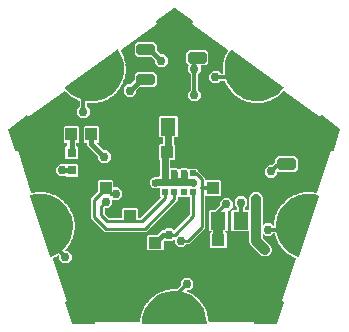
<source format=gbr>
G04 EAGLE Gerber RS-274X export*
G75*
%MOMM*%
%FSLAX34Y34*%
%LPD*%
%INTop Copper*%
%IPPOS*%
%AMOC8*
5,1,8,0,0,1.08239X$1,22.5*%
G01*
%ADD10R,1.300000X1.500000*%
%ADD11R,0.800000X0.800000*%
%ADD12R,1.100000X1.000000*%
%ADD13R,1.000000X1.100000*%
%ADD14C,0.499997*%
%ADD15C,0.800000*%
%ADD16R,0.500000X0.500000*%
%ADD17C,0.756400*%
%ADD18C,0.609600*%
%ADD19C,0.812800*%
%ADD20C,0.406400*%
%ADD21C,0.304800*%
%ADD22C,0.254000*%

G36*
X278630Y226508D02*
X278630Y226508D01*
X278658Y226506D01*
X278726Y226528D01*
X278797Y226542D01*
X278820Y226558D01*
X278847Y226567D01*
X278901Y226614D01*
X278961Y226655D01*
X278976Y226679D01*
X278997Y226697D01*
X279029Y226762D01*
X279068Y226822D01*
X279073Y226850D01*
X279085Y226875D01*
X279094Y226978D01*
X279101Y227019D01*
X279099Y227029D01*
X279100Y227041D01*
X278984Y228519D01*
X316815Y228519D01*
X316900Y228536D01*
X316985Y228548D01*
X316997Y228556D01*
X317011Y228558D01*
X317083Y228607D01*
X317157Y228652D01*
X317165Y228663D01*
X317177Y228671D01*
X317224Y228743D01*
X317275Y228814D01*
X317279Y228828D01*
X317286Y228839D01*
X317296Y228894D01*
X317320Y228988D01*
X317422Y230347D01*
X317413Y230417D01*
X317413Y230487D01*
X317401Y230518D01*
X317397Y230546D01*
X317372Y230590D01*
X317346Y230654D01*
X317343Y230659D01*
X317487Y231292D01*
X317488Y231326D01*
X317499Y231367D01*
X317547Y232014D01*
X317551Y232017D01*
X317595Y232073D01*
X317644Y232123D01*
X317657Y232153D01*
X317674Y232176D01*
X317688Y232225D01*
X317715Y232289D01*
X318242Y234599D01*
X318244Y234669D01*
X318254Y234739D01*
X318247Y234771D01*
X318247Y234799D01*
X318228Y234847D01*
X318213Y234914D01*
X318210Y234919D01*
X318447Y235523D01*
X318454Y235558D01*
X318470Y235596D01*
X318614Y236229D01*
X318619Y236231D01*
X318670Y236280D01*
X318727Y236322D01*
X318744Y236350D01*
X318764Y236370D01*
X318785Y236417D01*
X318821Y236476D01*
X319687Y238681D01*
X319699Y238751D01*
X319719Y238818D01*
X319717Y238851D01*
X319722Y238878D01*
X319710Y238929D01*
X319704Y238998D01*
X319703Y239003D01*
X320027Y239565D01*
X320039Y239598D01*
X320060Y239633D01*
X320297Y240237D01*
X320303Y240239D01*
X320360Y240280D01*
X320423Y240313D01*
X320444Y240338D01*
X320467Y240354D01*
X320494Y240398D01*
X320539Y240451D01*
X321724Y242502D01*
X321733Y242530D01*
X321736Y242535D01*
X321738Y242545D01*
X321746Y242569D01*
X321776Y242633D01*
X321779Y242666D01*
X321787Y242692D01*
X321784Y242744D01*
X321788Y242813D01*
X321788Y242818D01*
X322192Y243326D01*
X322208Y243357D01*
X322235Y243388D01*
X322559Y243950D01*
X322565Y243952D01*
X322628Y243983D01*
X322694Y244007D01*
X322719Y244028D01*
X322744Y244041D01*
X322778Y244080D01*
X322830Y244125D01*
X324307Y245978D01*
X324339Y246040D01*
X324379Y246099D01*
X324386Y246131D01*
X324399Y246156D01*
X324403Y246207D01*
X324417Y246275D01*
X324418Y246280D01*
X324893Y246722D01*
X324914Y246750D01*
X324945Y246777D01*
X325349Y247285D01*
X325355Y247285D01*
X325422Y247307D01*
X325491Y247320D01*
X325519Y247338D01*
X325546Y247347D01*
X325585Y247380D01*
X325643Y247418D01*
X327380Y249029D01*
X327421Y249086D01*
X327469Y249138D01*
X327481Y249169D01*
X327497Y249192D01*
X327509Y249242D01*
X327533Y249306D01*
X327534Y249312D01*
X328070Y249677D01*
X328095Y249702D01*
X328130Y249725D01*
X328605Y250166D01*
X328611Y250166D01*
X328680Y250177D01*
X328751Y250180D01*
X328781Y250194D01*
X328809Y250198D01*
X328852Y250225D01*
X328916Y250254D01*
X330873Y251588D01*
X330922Y251639D01*
X330977Y251683D01*
X330993Y251712D01*
X331013Y251732D01*
X331032Y251780D01*
X331066Y251840D01*
X331068Y251845D01*
X331653Y252127D01*
X331680Y252148D01*
X331718Y252165D01*
X332254Y252530D01*
X332260Y252529D01*
X332330Y252530D01*
X332401Y252522D01*
X332432Y252531D01*
X332460Y252531D01*
X332508Y252552D01*
X332574Y252570D01*
X334709Y253598D01*
X334765Y253641D01*
X334826Y253676D01*
X334846Y253702D01*
X334868Y253719D01*
X334894Y253764D01*
X334937Y253818D01*
X334940Y253823D01*
X335560Y254014D01*
X335590Y254031D01*
X335630Y254042D01*
X336215Y254324D01*
X336220Y254322D01*
X336290Y254312D01*
X336358Y254294D01*
X336391Y254298D01*
X336419Y254294D01*
X336469Y254308D01*
X336537Y254316D01*
X338801Y255014D01*
X338863Y255048D01*
X338929Y255074D01*
X338952Y255097D01*
X338977Y255110D01*
X339009Y255150D01*
X339060Y255198D01*
X339063Y255202D01*
X339704Y255299D01*
X339737Y255311D01*
X339778Y255316D01*
X340399Y255507D01*
X340403Y255504D01*
X340471Y255484D01*
X340536Y255457D01*
X340569Y255456D01*
X340596Y255448D01*
X340647Y255453D01*
X340716Y255451D01*
X343059Y255804D01*
X343125Y255829D01*
X343194Y255845D01*
X343221Y255863D01*
X343247Y255873D01*
X343285Y255908D01*
X343342Y255947D01*
X343346Y255951D01*
X343995Y255951D01*
X344029Y255958D01*
X344070Y255957D01*
X344712Y256054D01*
X344716Y256050D01*
X344780Y256021D01*
X344840Y255983D01*
X344872Y255977D01*
X344898Y255966D01*
X344949Y255964D01*
X345017Y255951D01*
X347387Y255951D01*
X347456Y255965D01*
X347526Y255971D01*
X347556Y255985D01*
X347583Y255991D01*
X347626Y256020D01*
X347688Y256050D01*
X347692Y256054D01*
X347934Y256017D01*
X347980Y256019D01*
X348025Y256012D01*
X348079Y256024D01*
X348134Y256027D01*
X348176Y256047D01*
X348220Y256057D01*
X348272Y256093D01*
X348315Y256114D01*
X348337Y256138D01*
X348368Y256160D01*
X351415Y259206D01*
X351419Y259213D01*
X351425Y259217D01*
X351474Y259296D01*
X351526Y259373D01*
X351527Y259381D01*
X351531Y259388D01*
X351563Y259565D01*
X351563Y262548D01*
X354672Y265657D01*
X359068Y265657D01*
X362177Y262548D01*
X362177Y258152D01*
X359068Y255043D01*
X356917Y255043D01*
X356831Y255026D01*
X356745Y255013D01*
X356734Y255006D01*
X356721Y255004D01*
X356648Y254954D01*
X356574Y254909D01*
X356566Y254898D01*
X356555Y254891D01*
X356507Y254818D01*
X356456Y254747D01*
X356453Y254734D01*
X356446Y254723D01*
X356430Y254637D01*
X356410Y254552D01*
X356412Y254539D01*
X356410Y254526D01*
X356429Y254440D01*
X356444Y254354D01*
X356451Y254343D01*
X356454Y254330D01*
X356504Y254259D01*
X356551Y254185D01*
X356563Y254177D01*
X356570Y254167D01*
X356617Y254137D01*
X356697Y254079D01*
X356774Y254042D01*
X356807Y254034D01*
X356844Y254014D01*
X357464Y253823D01*
X357467Y253818D01*
X357512Y253764D01*
X357550Y253704D01*
X357576Y253685D01*
X357594Y253663D01*
X357639Y253639D01*
X357695Y253598D01*
X359830Y252570D01*
X359898Y252553D01*
X359964Y252527D01*
X359997Y252528D01*
X360024Y252521D01*
X360075Y252528D01*
X360144Y252529D01*
X360150Y252530D01*
X360686Y252165D01*
X360718Y252151D01*
X360751Y252127D01*
X361336Y251845D01*
X361338Y251840D01*
X361374Y251779D01*
X361402Y251715D01*
X361426Y251692D01*
X361440Y251667D01*
X361482Y251637D01*
X361531Y251588D01*
X363488Y250254D01*
X363553Y250226D01*
X363615Y250191D01*
X363647Y250187D01*
X363673Y250176D01*
X363724Y250176D01*
X363793Y250166D01*
X363799Y250166D01*
X364274Y249725D01*
X364304Y249707D01*
X364334Y249677D01*
X364870Y249312D01*
X364871Y249307D01*
X364897Y249241D01*
X364916Y249173D01*
X364936Y249147D01*
X364946Y249121D01*
X364983Y249084D01*
X365024Y249029D01*
X366761Y247418D01*
X366821Y247381D01*
X366876Y247337D01*
X366908Y247328D01*
X366932Y247313D01*
X366983Y247305D01*
X367049Y247285D01*
X367055Y247285D01*
X367459Y246777D01*
X367486Y246755D01*
X367511Y246722D01*
X367986Y246280D01*
X367987Y246275D01*
X368003Y246206D01*
X368011Y246136D01*
X368027Y246107D01*
X368033Y246080D01*
X368064Y246039D01*
X368097Y245978D01*
X369574Y244125D01*
X369628Y244080D01*
X369676Y244029D01*
X369706Y244015D01*
X369727Y243997D01*
X369777Y243981D01*
X369839Y243952D01*
X369845Y243950D01*
X370169Y243388D01*
X370192Y243362D01*
X370212Y243326D01*
X370616Y242818D01*
X370616Y242813D01*
X370622Y242742D01*
X370620Y242672D01*
X370631Y242641D01*
X370633Y242613D01*
X370657Y242567D01*
X370680Y242502D01*
X371865Y240451D01*
X371912Y240398D01*
X371952Y240340D01*
X371979Y240321D01*
X371998Y240300D01*
X372044Y240278D01*
X372101Y240239D01*
X372107Y240237D01*
X372344Y239633D01*
X372362Y239604D01*
X372377Y239565D01*
X372701Y239003D01*
X372700Y238998D01*
X372695Y238927D01*
X372682Y238858D01*
X372689Y238826D01*
X372687Y238798D01*
X372704Y238749D01*
X372717Y238681D01*
X373583Y236476D01*
X373621Y236416D01*
X373652Y236353D01*
X373676Y236331D01*
X373691Y236307D01*
X373734Y236278D01*
X373785Y236231D01*
X373790Y236229D01*
X373934Y235596D01*
X373948Y235564D01*
X373957Y235523D01*
X374194Y234919D01*
X374191Y234914D01*
X374177Y234845D01*
X374154Y234779D01*
X374155Y234746D01*
X374149Y234718D01*
X374159Y234668D01*
X374162Y234599D01*
X374689Y232289D01*
X374718Y232225D01*
X374739Y232157D01*
X374760Y232132D01*
X374771Y232106D01*
X374809Y232071D01*
X374853Y232017D01*
X374857Y232014D01*
X374905Y231367D01*
X374915Y231333D01*
X374917Y231292D01*
X375061Y230659D01*
X375058Y230654D01*
X375033Y230588D01*
X375000Y230526D01*
X374997Y230493D01*
X374987Y230467D01*
X374989Y230415D01*
X374982Y230347D01*
X375084Y228988D01*
X375107Y228905D01*
X375126Y228820D01*
X375134Y228809D01*
X375138Y228795D01*
X375191Y228727D01*
X375242Y228657D01*
X375254Y228649D01*
X375262Y228638D01*
X375338Y228597D01*
X375412Y228551D01*
X375427Y228548D01*
X375438Y228542D01*
X375494Y228536D01*
X375589Y228519D01*
X413420Y228519D01*
X413304Y227041D01*
X413308Y227013D01*
X413303Y226985D01*
X413320Y226915D01*
X413329Y226844D01*
X413343Y226819D01*
X413349Y226792D01*
X413392Y226734D01*
X413428Y226671D01*
X413450Y226655D01*
X413467Y226632D01*
X413529Y226595D01*
X413587Y226552D01*
X413614Y226545D01*
X413638Y226530D01*
X413739Y226513D01*
X413779Y226503D01*
X413790Y226505D01*
X413802Y226503D01*
X432802Y226503D01*
X432831Y226509D01*
X432861Y226506D01*
X432928Y226528D01*
X432997Y226542D01*
X433022Y226559D01*
X433050Y226569D01*
X433103Y226615D01*
X433161Y226655D01*
X433177Y226680D01*
X433199Y226700D01*
X433245Y226786D01*
X433268Y226822D01*
X433270Y226834D01*
X433277Y226847D01*
X439177Y244947D01*
X439180Y244976D01*
X439191Y245002D01*
X439191Y245074D01*
X439199Y245145D01*
X439191Y245172D01*
X439191Y245201D01*
X439164Y245267D01*
X439143Y245336D01*
X439125Y245358D01*
X439114Y245384D01*
X439063Y245434D01*
X439017Y245489D01*
X438992Y245502D01*
X438972Y245522D01*
X438878Y245562D01*
X438841Y245582D01*
X438830Y245582D01*
X438818Y245587D01*
X437358Y245938D01*
X449038Y281895D01*
X449048Y281981D01*
X449063Y282066D01*
X449060Y282080D01*
X449061Y282094D01*
X449037Y282177D01*
X449018Y282261D01*
X449009Y282273D01*
X449005Y282286D01*
X448951Y282354D01*
X448900Y282424D01*
X448888Y282432D01*
X448879Y282442D01*
X448830Y282468D01*
X448748Y282521D01*
X447474Y283044D01*
X447405Y283057D01*
X447338Y283078D01*
X447305Y283076D01*
X447277Y283082D01*
X447227Y283071D01*
X447158Y283066D01*
X447153Y283065D01*
X446596Y283398D01*
X446563Y283410D01*
X446528Y283432D01*
X445928Y283678D01*
X445926Y283683D01*
X445886Y283742D01*
X445854Y283805D01*
X445829Y283826D01*
X445813Y283849D01*
X445770Y283878D01*
X445718Y283923D01*
X443688Y285137D01*
X443622Y285161D01*
X443558Y285192D01*
X443525Y285195D01*
X443499Y285204D01*
X443448Y285201D01*
X443379Y285207D01*
X443373Y285207D01*
X442872Y285619D01*
X442842Y285635D01*
X442810Y285663D01*
X442253Y285996D01*
X442252Y286001D01*
X442235Y286036D01*
X442234Y286044D01*
X442227Y286053D01*
X442222Y286065D01*
X442199Y286132D01*
X442178Y286157D01*
X442166Y286182D01*
X442127Y286216D01*
X442082Y286269D01*
X440256Y287772D01*
X440194Y287806D01*
X440136Y287846D01*
X440104Y287853D01*
X440079Y287867D01*
X440028Y287871D01*
X439961Y287887D01*
X439955Y287888D01*
X439521Y288370D01*
X439493Y288391D01*
X439467Y288422D01*
X438965Y288835D01*
X438965Y288840D01*
X438944Y288908D01*
X438932Y288977D01*
X438915Y289005D01*
X438907Y289032D01*
X438874Y289072D01*
X438837Y289131D01*
X437255Y290889D01*
X437199Y290931D01*
X437148Y290980D01*
X437117Y290992D01*
X437095Y291009D01*
X437045Y291021D01*
X436980Y291047D01*
X436975Y291048D01*
X436618Y291590D01*
X436593Y291614D01*
X436571Y291650D01*
X436137Y292132D01*
X436138Y292138D01*
X436128Y292208D01*
X436126Y292278D01*
X436113Y292308D01*
X436109Y292336D01*
X436082Y292380D01*
X436055Y292444D01*
X434753Y294419D01*
X434703Y294469D01*
X434660Y294524D01*
X434631Y294541D01*
X434612Y294561D01*
X434564Y294581D01*
X434504Y294616D01*
X434499Y294617D01*
X434227Y295206D01*
X434206Y295234D01*
X434190Y295273D01*
X433833Y295814D01*
X433834Y295820D01*
X433834Y295890D01*
X433843Y295960D01*
X433834Y295992D01*
X433834Y296020D01*
X433815Y296068D01*
X433797Y296135D01*
X432804Y298282D01*
X432762Y298338D01*
X432728Y298400D01*
X432702Y298421D01*
X432686Y298443D01*
X432641Y298470D01*
X432588Y298513D01*
X432583Y298516D01*
X432401Y299139D01*
X432385Y299170D01*
X432375Y299210D01*
X432102Y299799D01*
X432104Y299804D01*
X432115Y299874D01*
X432134Y299942D01*
X432130Y299974D01*
X432135Y300002D01*
X432122Y300052D01*
X432115Y300121D01*
X431453Y302392D01*
X431420Y302454D01*
X431395Y302520D01*
X431373Y302545D01*
X431360Y302569D01*
X431320Y302602D01*
X431273Y302653D01*
X431269Y302657D01*
X431214Y303062D01*
X431191Y303130D01*
X431175Y303200D01*
X431158Y303224D01*
X431149Y303251D01*
X431101Y303305D01*
X431059Y303363D01*
X431034Y303379D01*
X431015Y303401D01*
X430950Y303431D01*
X430889Y303469D01*
X430858Y303475D01*
X430834Y303486D01*
X430781Y303489D01*
X430712Y303501D01*
X430116Y303501D01*
X430108Y303500D01*
X430101Y303501D01*
X430011Y303480D01*
X429920Y303462D01*
X429913Y303457D01*
X429906Y303455D01*
X429758Y303353D01*
X427648Y301243D01*
X423252Y301243D01*
X421745Y302751D01*
X421742Y302752D01*
X421741Y302754D01*
X421660Y302807D01*
X421578Y302861D01*
X421575Y302862D01*
X421573Y302863D01*
X421477Y302881D01*
X421381Y302899D01*
X421378Y302899D01*
X421376Y302899D01*
X421279Y302878D01*
X421185Y302857D01*
X421183Y302856D01*
X421180Y302855D01*
X421100Y302799D01*
X421020Y302743D01*
X421019Y302741D01*
X421017Y302739D01*
X420964Y302655D01*
X420913Y302574D01*
X420912Y302571D01*
X420911Y302569D01*
X420879Y302392D01*
X420879Y299705D01*
X420880Y299697D01*
X420879Y299690D01*
X420900Y299600D01*
X420918Y299509D01*
X420923Y299502D01*
X420925Y299494D01*
X421027Y299346D01*
X427648Y292726D01*
X427891Y292138D01*
X427896Y292130D01*
X427899Y292122D01*
X428001Y291974D01*
X428217Y291758D01*
X428217Y291453D01*
X428219Y291444D01*
X428217Y291435D01*
X428255Y291259D01*
X428499Y290672D01*
X428499Y288448D01*
X428255Y287861D01*
X428254Y287852D01*
X428249Y287844D01*
X428217Y287667D01*
X428217Y287362D01*
X428001Y287146D01*
X427996Y287139D01*
X427989Y287133D01*
X427891Y286982D01*
X427648Y286394D01*
X426076Y284822D01*
X425488Y284579D01*
X425480Y284574D01*
X425472Y284571D01*
X425324Y284469D01*
X425108Y284253D01*
X424803Y284253D01*
X424794Y284251D01*
X424785Y284253D01*
X424609Y284215D01*
X424607Y284214D01*
X424022Y283971D01*
X421798Y283971D01*
X421211Y284215D01*
X421202Y284216D01*
X421194Y284221D01*
X421017Y284253D01*
X420712Y284253D01*
X420496Y284469D01*
X420489Y284474D01*
X420483Y284481D01*
X420332Y284579D01*
X419744Y284822D01*
X410552Y294014D01*
X409701Y296068D01*
X409701Y304675D01*
X409700Y304681D01*
X409701Y304686D01*
X409680Y304779D01*
X409662Y304872D01*
X409659Y304876D01*
X409658Y304881D01*
X409602Y304959D01*
X409549Y305038D01*
X409545Y305041D01*
X409542Y305045D01*
X409460Y305095D01*
X409381Y305147D01*
X409376Y305148D01*
X409371Y305151D01*
X409194Y305183D01*
X395396Y305183D01*
X394503Y306076D01*
X394503Y322339D01*
X395396Y323232D01*
X398972Y323232D01*
X398977Y323233D01*
X398982Y323232D01*
X399075Y323253D01*
X399168Y323272D01*
X399173Y323275D01*
X399178Y323276D01*
X399256Y323331D01*
X399334Y323384D01*
X399337Y323389D01*
X399341Y323392D01*
X399392Y323473D01*
X399444Y323552D01*
X399444Y323558D01*
X399447Y323562D01*
X399479Y323739D01*
X399479Y324763D01*
X399478Y324771D01*
X399479Y324779D01*
X399458Y324869D01*
X399440Y324960D01*
X399435Y324966D01*
X399433Y324974D01*
X399331Y325122D01*
X397317Y327136D01*
X397317Y331532D01*
X400426Y334641D01*
X404822Y334641D01*
X407930Y331532D01*
X407930Y327136D01*
X405725Y324931D01*
X405721Y324924D01*
X405714Y324920D01*
X405666Y324841D01*
X405614Y324764D01*
X405613Y324756D01*
X405609Y324749D01*
X405577Y324572D01*
X405577Y323739D01*
X405578Y323734D01*
X405577Y323729D01*
X405598Y323636D01*
X405616Y323543D01*
X405619Y323539D01*
X405620Y323533D01*
X405676Y323456D01*
X405729Y323377D01*
X405733Y323374D01*
X405736Y323370D01*
X405818Y323319D01*
X405897Y323268D01*
X405902Y323267D01*
X405907Y323264D01*
X406084Y323232D01*
X409194Y323232D01*
X409199Y323233D01*
X409204Y323232D01*
X409297Y323253D01*
X409391Y323272D01*
X409395Y323275D01*
X409400Y323276D01*
X409478Y323331D01*
X409556Y323384D01*
X409559Y323389D01*
X409563Y323392D01*
X409614Y323473D01*
X409666Y323552D01*
X409666Y323558D01*
X409669Y323562D01*
X409701Y323739D01*
X409701Y333852D01*
X409945Y334439D01*
X409946Y334448D01*
X409951Y334456D01*
X409983Y334633D01*
X409983Y334938D01*
X410199Y335154D01*
X410204Y335161D01*
X410211Y335167D01*
X410309Y335318D01*
X410552Y335906D01*
X412124Y337478D01*
X412712Y337721D01*
X412720Y337726D01*
X412728Y337729D01*
X412876Y337831D01*
X413092Y338047D01*
X413397Y338047D01*
X413406Y338049D01*
X413415Y338047D01*
X413591Y338085D01*
X413593Y338086D01*
X413685Y338124D01*
X414178Y338329D01*
X416402Y338329D01*
X416989Y338085D01*
X416998Y338084D01*
X417006Y338079D01*
X417183Y338047D01*
X417488Y338047D01*
X417704Y337831D01*
X417711Y337826D01*
X417717Y337819D01*
X417868Y337721D01*
X418456Y337478D01*
X420028Y335906D01*
X420271Y335318D01*
X420276Y335310D01*
X420279Y335302D01*
X420381Y335154D01*
X420597Y334938D01*
X420597Y334633D01*
X420599Y334624D01*
X420597Y334615D01*
X420635Y334439D01*
X420879Y333852D01*
X420879Y310708D01*
X420879Y310706D01*
X420879Y310703D01*
X420899Y310608D01*
X420918Y310512D01*
X420920Y310509D01*
X420920Y310507D01*
X420976Y310426D01*
X421031Y310346D01*
X421033Y310344D01*
X421035Y310342D01*
X421118Y310289D01*
X421199Y310237D01*
X421202Y310236D01*
X421204Y310235D01*
X421300Y310218D01*
X421396Y310201D01*
X421399Y310202D01*
X421401Y310201D01*
X421496Y310223D01*
X421592Y310245D01*
X421594Y310246D01*
X421597Y310247D01*
X421745Y310349D01*
X423252Y311857D01*
X427648Y311857D01*
X429758Y309747D01*
X429764Y309743D01*
X429769Y309737D01*
X429847Y309688D01*
X429925Y309636D01*
X429932Y309635D01*
X429939Y309631D01*
X430116Y309599D01*
X430129Y309599D01*
X430130Y309599D01*
X430131Y309599D01*
X430227Y309619D01*
X430325Y309638D01*
X430326Y309639D01*
X430327Y309639D01*
X430409Y309695D01*
X430491Y309751D01*
X430492Y309752D01*
X430493Y309753D01*
X430547Y309837D01*
X430600Y309919D01*
X430600Y309920D01*
X430601Y309921D01*
X430636Y310098D01*
X430650Y310983D01*
X430637Y311053D01*
X430632Y311123D01*
X430618Y311153D01*
X430613Y311180D01*
X430585Y311224D01*
X430555Y311286D01*
X430552Y311291D01*
X430659Y311931D01*
X430658Y311965D01*
X430666Y312006D01*
X430676Y312655D01*
X430679Y312659D01*
X430719Y312717D01*
X430766Y312770D01*
X430777Y312801D01*
X430793Y312824D01*
X430804Y312874D01*
X430827Y312940D01*
X431216Y315273D01*
X431213Y315343D01*
X431219Y315414D01*
X431210Y315445D01*
X431209Y315473D01*
X431187Y315520D01*
X431167Y315586D01*
X431165Y315591D01*
X431366Y316208D01*
X431370Y316243D01*
X431384Y316282D01*
X431490Y316922D01*
X431495Y316925D01*
X431543Y316977D01*
X431597Y317022D01*
X431613Y317051D01*
X431632Y317071D01*
X431650Y317120D01*
X431682Y317181D01*
X432415Y319430D01*
X432423Y319500D01*
X432439Y319569D01*
X432434Y319601D01*
X432438Y319629D01*
X432423Y319679D01*
X432414Y319747D01*
X432412Y319752D01*
X432702Y320332D01*
X432711Y320366D01*
X432731Y320403D01*
X432932Y321020D01*
X432937Y321022D01*
X432992Y321066D01*
X433052Y321103D01*
X433072Y321129D01*
X433094Y321147D01*
X433119Y321192D01*
X433160Y321247D01*
X434220Y323362D01*
X434238Y323430D01*
X434265Y323496D01*
X434265Y323528D01*
X434272Y323555D01*
X434265Y323607D01*
X434266Y323676D01*
X434265Y323681D01*
X434639Y324212D01*
X434653Y324243D01*
X434678Y324277D01*
X434968Y324857D01*
X434974Y324859D01*
X435035Y324894D01*
X435100Y324921D01*
X435123Y324944D01*
X435148Y324958D01*
X435179Y324999D01*
X435228Y325048D01*
X436591Y326981D01*
X436619Y327046D01*
X436655Y327107D01*
X436660Y327139D01*
X436672Y327165D01*
X436672Y327216D01*
X436683Y327284D01*
X436683Y327290D01*
X437132Y327759D01*
X437150Y327788D01*
X437180Y327817D01*
X437554Y328348D01*
X437559Y328349D01*
X437625Y328374D01*
X437693Y328392D01*
X437720Y328411D01*
X437746Y328421D01*
X437783Y328457D01*
X437839Y328498D01*
X439475Y330206D01*
X439512Y330266D01*
X439557Y330321D01*
X439567Y330352D01*
X439582Y330376D01*
X439590Y330427D01*
X439611Y330493D01*
X439612Y330498D01*
X440126Y330895D01*
X440148Y330921D01*
X440182Y330945D01*
X440631Y331414D01*
X440636Y331414D01*
X440705Y331430D01*
X440775Y331437D01*
X440804Y331452D01*
X440832Y331458D01*
X440874Y331488D01*
X440935Y331520D01*
X442807Y332966D01*
X442853Y333019D01*
X442906Y333067D01*
X442920Y333096D01*
X442938Y333117D01*
X442954Y333166D01*
X442985Y333228D01*
X442986Y333234D01*
X443553Y333549D01*
X443580Y333572D01*
X443617Y333591D01*
X444130Y333988D01*
X444136Y333987D01*
X444206Y333992D01*
X444277Y333989D01*
X444308Y333999D01*
X444336Y334001D01*
X444382Y334025D01*
X444447Y334047D01*
X446514Y335198D01*
X446567Y335244D01*
X446626Y335283D01*
X446645Y335310D01*
X446666Y335328D01*
X446689Y335374D01*
X446729Y335431D01*
X446731Y335436D01*
X447338Y335664D01*
X447368Y335682D01*
X447407Y335695D01*
X447974Y336011D01*
X447980Y336010D01*
X448050Y336004D01*
X448119Y335990D01*
X448151Y335996D01*
X448179Y335994D01*
X448228Y336010D01*
X448296Y336023D01*
X450511Y336852D01*
X450571Y336890D01*
X450635Y336920D01*
X450658Y336944D01*
X450681Y336958D01*
X450711Y337001D01*
X450759Y337051D01*
X450762Y337056D01*
X451396Y337190D01*
X451428Y337204D01*
X451469Y337211D01*
X452077Y337439D01*
X452082Y337437D01*
X452151Y337421D01*
X452217Y337397D01*
X452250Y337398D01*
X452277Y337391D01*
X452328Y337400D01*
X452397Y337402D01*
X454711Y337893D01*
X454776Y337921D01*
X454844Y337941D01*
X454869Y337961D01*
X454895Y337972D01*
X454931Y338009D01*
X454985Y338052D01*
X454989Y338056D01*
X455637Y338095D01*
X455670Y338104D01*
X455712Y338105D01*
X456347Y338239D01*
X456351Y338236D01*
X456417Y338210D01*
X456479Y338177D01*
X456511Y338173D01*
X456537Y338163D01*
X456589Y338164D01*
X456658Y338155D01*
X459019Y338295D01*
X459087Y338313D01*
X459157Y338323D01*
X459186Y338339D01*
X459213Y338347D01*
X459254Y338378D01*
X459314Y338412D01*
X459318Y338416D01*
X459964Y338357D01*
X459999Y338361D01*
X460040Y338356D01*
X460688Y338395D01*
X460692Y338391D01*
X460753Y338355D01*
X460809Y338313D01*
X460841Y338304D01*
X460865Y338290D01*
X460916Y338283D01*
X460983Y338265D01*
X463339Y338052D01*
X463409Y338059D01*
X463479Y338059D01*
X463510Y338070D01*
X463538Y338073D01*
X463583Y338098D01*
X463648Y338123D01*
X463652Y338126D01*
X464283Y337972D01*
X464317Y337970D01*
X464357Y337959D01*
X465004Y337901D01*
X465007Y337897D01*
X465062Y337852D01*
X465112Y337802D01*
X465142Y337789D01*
X465163Y337771D01*
X465213Y337757D01*
X465276Y337729D01*
X466578Y337410D01*
X466664Y337407D01*
X466751Y337399D01*
X466764Y337403D01*
X466778Y337402D01*
X466859Y337432D01*
X466942Y337458D01*
X466953Y337467D01*
X466966Y337472D01*
X467029Y337532D01*
X467095Y337588D01*
X467102Y337601D01*
X467112Y337609D01*
X467134Y337660D01*
X467181Y337746D01*
X478900Y373825D01*
X480311Y373241D01*
X480339Y373235D01*
X480365Y373222D01*
X480436Y373216D01*
X480506Y373203D01*
X480534Y373209D01*
X480563Y373206D01*
X480631Y373229D01*
X480701Y373244D01*
X480724Y373260D01*
X480752Y373270D01*
X480805Y373317D01*
X480864Y373358D01*
X480879Y373382D01*
X480901Y373401D01*
X480947Y373491D01*
X480969Y373527D01*
X480971Y373537D01*
X480977Y373549D01*
X486777Y391549D01*
X486780Y391577D01*
X486792Y391604D01*
X486791Y391675D01*
X486799Y391747D01*
X486791Y391774D01*
X486791Y391803D01*
X486763Y391869D01*
X486742Y391937D01*
X486724Y391959D01*
X486713Y391986D01*
X486643Y392058D01*
X486616Y392090D01*
X486606Y392095D01*
X486597Y392105D01*
X471297Y403305D01*
X471270Y403317D01*
X471248Y403336D01*
X471181Y403358D01*
X471116Y403388D01*
X471087Y403389D01*
X471059Y403398D01*
X470989Y403392D01*
X470918Y403394D01*
X470890Y403384D01*
X470861Y403381D01*
X470798Y403348D01*
X470732Y403322D01*
X470711Y403302D01*
X470686Y403288D01*
X470620Y403213D01*
X470590Y403183D01*
X470585Y403173D01*
X470576Y403163D01*
X469767Y401842D01*
X439103Y424123D01*
X439024Y424159D01*
X438947Y424200D01*
X438933Y424201D01*
X438921Y424207D01*
X438834Y424209D01*
X438747Y424217D01*
X438734Y424213D01*
X438720Y424213D01*
X438639Y424182D01*
X438556Y424155D01*
X438545Y424146D01*
X438533Y424141D01*
X438493Y424103D01*
X438417Y424041D01*
X437579Y423050D01*
X437545Y422989D01*
X437504Y422931D01*
X437496Y422899D01*
X437483Y422875D01*
X437477Y422824D01*
X437460Y422756D01*
X437460Y422751D01*
X436972Y422324D01*
X436951Y422296D01*
X436919Y422270D01*
X436499Y421774D01*
X436494Y421774D01*
X436426Y421754D01*
X436356Y421743D01*
X436328Y421726D01*
X436301Y421718D01*
X436261Y421686D01*
X436202Y421650D01*
X434420Y420091D01*
X434377Y420035D01*
X434328Y419984D01*
X434315Y419954D01*
X434298Y419931D01*
X434285Y419882D01*
X434258Y419818D01*
X434257Y419812D01*
X433711Y419463D01*
X433686Y419438D01*
X433650Y419417D01*
X433162Y418990D01*
X433156Y418990D01*
X433086Y418981D01*
X433015Y418980D01*
X432985Y418967D01*
X432957Y418964D01*
X432913Y418938D01*
X432849Y418911D01*
X430854Y417635D01*
X430811Y417593D01*
X430778Y417571D01*
X430773Y417562D01*
X430747Y417543D01*
X430730Y417515D01*
X430710Y417496D01*
X430690Y417448D01*
X430654Y417389D01*
X430652Y417384D01*
X430059Y417120D01*
X430031Y417099D01*
X429993Y417084D01*
X429446Y416734D01*
X429441Y416735D01*
X429370Y416736D01*
X429300Y416746D01*
X429268Y416738D01*
X429240Y416738D01*
X429192Y416719D01*
X429125Y416703D01*
X426962Y415738D01*
X426905Y415697D01*
X426843Y415663D01*
X426822Y415638D01*
X426799Y415622D01*
X426772Y415578D01*
X426728Y415525D01*
X426725Y415520D01*
X426100Y415347D01*
X426069Y415331D01*
X426028Y415321D01*
X425436Y415057D01*
X425431Y415059D01*
X425361Y415070D01*
X425293Y415090D01*
X425261Y415087D01*
X425233Y415092D01*
X425183Y415080D01*
X425114Y415074D01*
X422832Y414442D01*
X422768Y414410D01*
X422702Y414386D01*
X422678Y414364D01*
X422653Y414352D01*
X422619Y414312D01*
X422568Y414266D01*
X422564Y414262D01*
X421920Y414184D01*
X421887Y414173D01*
X421846Y414169D01*
X421220Y413996D01*
X421216Y413999D01*
X421148Y414021D01*
X421084Y414051D01*
X421052Y414053D01*
X421025Y414061D01*
X420974Y414057D01*
X420905Y414061D01*
X418554Y413777D01*
X418487Y413755D01*
X418417Y413740D01*
X418390Y413723D01*
X418363Y413714D01*
X418324Y413680D01*
X418266Y413642D01*
X418262Y413638D01*
X417614Y413657D01*
X417579Y413651D01*
X417538Y413654D01*
X416894Y413576D01*
X416890Y413579D01*
X416827Y413611D01*
X416768Y413650D01*
X416736Y413657D01*
X416711Y413669D01*
X416659Y413673D01*
X416591Y413687D01*
X414224Y413756D01*
X414155Y413744D01*
X414084Y413741D01*
X414054Y413727D01*
X414027Y413722D01*
X413983Y413695D01*
X413920Y413666D01*
X413916Y413663D01*
X413277Y413778D01*
X413242Y413777D01*
X413202Y413786D01*
X412553Y413805D01*
X412549Y413809D01*
X412492Y413850D01*
X412439Y413897D01*
X412409Y413908D01*
X412386Y413925D01*
X412335Y413936D01*
X412271Y413960D01*
X409940Y414381D01*
X409870Y414380D01*
X409799Y414387D01*
X409768Y414378D01*
X409740Y414377D01*
X409693Y414356D01*
X409626Y414337D01*
X409621Y414335D01*
X409007Y414544D01*
X408972Y414549D01*
X408934Y414563D01*
X408295Y414678D01*
X408292Y414683D01*
X408241Y414732D01*
X408196Y414786D01*
X408168Y414802D01*
X408147Y414822D01*
X408099Y414840D01*
X408039Y414874D01*
X405797Y415638D01*
X405727Y415647D01*
X405659Y415664D01*
X405626Y415660D01*
X405598Y415664D01*
X405549Y415650D01*
X405480Y415641D01*
X405475Y415639D01*
X404899Y415938D01*
X404865Y415947D01*
X404829Y415968D01*
X404215Y416177D01*
X404212Y416182D01*
X404169Y416238D01*
X404133Y416298D01*
X404107Y416318D01*
X404090Y416341D01*
X404045Y416366D01*
X403990Y416408D01*
X401888Y417498D01*
X401820Y417517D01*
X401755Y417544D01*
X401722Y417545D01*
X401695Y417553D01*
X401644Y417547D01*
X401575Y417548D01*
X401569Y417547D01*
X401044Y417928D01*
X401012Y417943D01*
X400979Y417968D01*
X400403Y418267D01*
X400402Y418272D01*
X400367Y418333D01*
X400341Y418399D01*
X400318Y418423D01*
X400304Y418447D01*
X400264Y418479D01*
X400216Y418529D01*
X398299Y419919D01*
X398235Y419949D01*
X398175Y419986D01*
X398142Y419991D01*
X398117Y420003D01*
X398065Y420004D01*
X397997Y420016D01*
X397991Y420016D01*
X397529Y420471D01*
X397500Y420490D01*
X397471Y420520D01*
X396946Y420901D01*
X396945Y420906D01*
X396920Y420973D01*
X396904Y421041D01*
X396885Y421068D01*
X396875Y421094D01*
X396840Y421132D01*
X396800Y421188D01*
X395111Y422849D01*
X395052Y422888D01*
X394998Y422933D01*
X394967Y422943D01*
X394944Y422959D01*
X394893Y422968D01*
X394827Y422990D01*
X394822Y422990D01*
X394432Y423509D01*
X394406Y423532D01*
X394382Y423566D01*
X393920Y424022D01*
X393919Y424027D01*
X393905Y424096D01*
X393899Y424166D01*
X393884Y424196D01*
X393878Y424223D01*
X393849Y424265D01*
X393818Y424327D01*
X392396Y426221D01*
X392343Y426268D01*
X392297Y426321D01*
X392267Y426336D01*
X392246Y426354D01*
X392198Y426371D01*
X392136Y426402D01*
X392131Y426404D01*
X391823Y426975D01*
X391801Y427002D01*
X391782Y427039D01*
X391392Y427558D01*
X391393Y427563D01*
X391389Y427634D01*
X391393Y427704D01*
X391383Y427736D01*
X391381Y427764D01*
X391359Y427810D01*
X391337Y427876D01*
X390214Y429960D01*
X390169Y430014D01*
X390130Y430074D01*
X390103Y430093D01*
X390086Y430114D01*
X390040Y430138D01*
X389983Y430178D01*
X389978Y430181D01*
X389759Y430791D01*
X389741Y430821D01*
X389728Y430861D01*
X389420Y431432D01*
X389422Y431437D01*
X389428Y431507D01*
X389443Y431576D01*
X389438Y431609D01*
X389440Y431637D01*
X389425Y431686D01*
X389413Y431754D01*
X389244Y432225D01*
X389234Y432242D01*
X389230Y432260D01*
X389183Y432327D01*
X389140Y432397D01*
X389125Y432408D01*
X389114Y432423D01*
X389044Y432467D01*
X388978Y432515D01*
X388960Y432519D01*
X388944Y432529D01*
X388832Y432549D01*
X388783Y432561D01*
X388775Y432560D01*
X388767Y432561D01*
X385666Y432561D01*
X385658Y432560D01*
X385651Y432561D01*
X385561Y432540D01*
X385470Y432522D01*
X385463Y432517D01*
X385456Y432515D01*
X385308Y432413D01*
X383198Y430303D01*
X378802Y430303D01*
X375693Y433412D01*
X375693Y437808D01*
X378802Y440917D01*
X383198Y440917D01*
X385308Y438807D01*
X385314Y438803D01*
X385319Y438797D01*
X385397Y438748D01*
X385475Y438696D01*
X385482Y438695D01*
X385489Y438691D01*
X385666Y438659D01*
X386921Y438659D01*
X386975Y438670D01*
X387030Y438670D01*
X387072Y438689D01*
X387118Y438698D01*
X387163Y438729D01*
X387213Y438751D01*
X387245Y438785D01*
X387283Y438811D01*
X387313Y438857D01*
X387351Y438897D01*
X387367Y438940D01*
X387393Y438979D01*
X387402Y439033D01*
X387422Y439084D01*
X387421Y439135D01*
X387428Y439176D01*
X387420Y439215D01*
X387419Y439264D01*
X387305Y439839D01*
X387308Y439844D01*
X387335Y439909D01*
X387370Y439970D01*
X387374Y440003D01*
X387385Y440029D01*
X387384Y440080D01*
X387393Y440149D01*
X387285Y442515D01*
X387268Y442583D01*
X387259Y442653D01*
X387244Y442682D01*
X387237Y442709D01*
X387206Y442751D01*
X387173Y442811D01*
X387169Y442815D01*
X387237Y443461D01*
X387233Y443495D01*
X387239Y443536D01*
X387209Y444185D01*
X387213Y444189D01*
X387249Y444249D01*
X387293Y444305D01*
X387302Y444337D01*
X387316Y444361D01*
X387323Y444412D01*
X387343Y444478D01*
X387589Y446833D01*
X387582Y446904D01*
X387584Y446974D01*
X387572Y447005D01*
X387570Y447033D01*
X387545Y447078D01*
X387521Y447143D01*
X387518Y447148D01*
X387681Y447776D01*
X387683Y447811D01*
X387695Y447851D01*
X387762Y448496D01*
X387766Y448500D01*
X387811Y448554D01*
X387862Y448603D01*
X387876Y448633D01*
X387894Y448654D01*
X387909Y448704D01*
X387938Y448766D01*
X388532Y451059D01*
X388536Y451129D01*
X388548Y451199D01*
X388541Y451231D01*
X388543Y451259D01*
X388525Y451308D01*
X388511Y451375D01*
X388509Y451380D01*
X388764Y451977D01*
X388771Y452011D01*
X388779Y452029D01*
X388789Y452049D01*
X388951Y452677D01*
X388956Y452680D01*
X389009Y452727D01*
X389066Y452768D01*
X389084Y452795D01*
X389105Y452814D01*
X389127Y452860D01*
X389165Y452918D01*
X390094Y455096D01*
X390109Y455166D01*
X390131Y455232D01*
X390129Y455265D01*
X390135Y455293D01*
X390125Y455343D01*
X390121Y455412D01*
X390120Y455418D01*
X390461Y455970D01*
X390473Y456002D01*
X390496Y456037D01*
X390750Y456634D01*
X390755Y456636D01*
X390815Y456675D01*
X390878Y456706D01*
X390900Y456731D01*
X390923Y456746D01*
X390952Y456789D01*
X390998Y456841D01*
X391704Y457985D01*
X391734Y458066D01*
X391768Y458145D01*
X391768Y458159D01*
X391773Y458173D01*
X391770Y458259D01*
X391771Y458346D01*
X391765Y458359D01*
X391765Y458373D01*
X391728Y458451D01*
X391695Y458531D01*
X391685Y458542D01*
X391679Y458554D01*
X391637Y458591D01*
X391570Y458661D01*
X360972Y480895D01*
X361982Y482078D01*
X361996Y482103D01*
X362016Y482124D01*
X362044Y482189D01*
X362078Y482252D01*
X362081Y482281D01*
X362092Y482307D01*
X362092Y482379D01*
X362099Y482449D01*
X362091Y482477D01*
X362090Y482506D01*
X362062Y482572D01*
X362041Y482640D01*
X362022Y482662D01*
X362011Y482689D01*
X361941Y482760D01*
X361914Y482792D01*
X361904Y482797D01*
X361894Y482807D01*
X346494Y493907D01*
X346468Y493919D01*
X346447Y493937D01*
X346378Y493959D01*
X346313Y493989D01*
X346284Y493989D01*
X346257Y493998D01*
X346186Y493992D01*
X346114Y493993D01*
X346088Y493983D01*
X346059Y493980D01*
X345968Y493936D01*
X345929Y493920D01*
X345922Y493913D01*
X345910Y493907D01*
X330510Y482807D01*
X330490Y482786D01*
X330465Y482771D01*
X330423Y482713D01*
X330375Y482661D01*
X330365Y482634D01*
X330348Y482610D01*
X330332Y482541D01*
X330308Y482474D01*
X330310Y482445D01*
X330303Y482416D01*
X330315Y482346D01*
X330319Y482275D01*
X330332Y482249D01*
X330337Y482221D01*
X330388Y482135D01*
X330407Y482097D01*
X330415Y482090D01*
X330422Y482078D01*
X331432Y480895D01*
X300834Y458661D01*
X300775Y458598D01*
X300713Y458537D01*
X300708Y458524D01*
X300698Y458514D01*
X300669Y458433D01*
X300635Y458353D01*
X300635Y458339D01*
X300630Y458325D01*
X300635Y458239D01*
X300634Y458152D01*
X300640Y458138D01*
X300640Y458125D01*
X300665Y458075D01*
X300700Y457985D01*
X301406Y456841D01*
X301454Y456789D01*
X301496Y456732D01*
X301524Y456715D01*
X301543Y456694D01*
X301590Y456673D01*
X301649Y456636D01*
X301654Y456634D01*
X301908Y456037D01*
X301928Y456008D01*
X301943Y455970D01*
X302284Y455418D01*
X302283Y455412D01*
X302280Y455342D01*
X302269Y455272D01*
X302277Y455240D01*
X302276Y455212D01*
X302294Y455164D01*
X302310Y455096D01*
X303239Y452918D01*
X303279Y452860D01*
X303311Y452797D01*
X303336Y452776D01*
X303352Y452753D01*
X303396Y452725D01*
X303448Y452680D01*
X303453Y452677D01*
X303615Y452049D01*
X303631Y452018D01*
X303640Y451977D01*
X303895Y451380D01*
X303893Y451375D01*
X303880Y451306D01*
X303859Y451238D01*
X303861Y451206D01*
X303856Y451178D01*
X303867Y451128D01*
X303872Y451059D01*
X304466Y448766D01*
X304497Y448703D01*
X304520Y448636D01*
X304542Y448611D01*
X304554Y448586D01*
X304593Y448552D01*
X304638Y448500D01*
X304642Y448496D01*
X304709Y447851D01*
X304720Y447818D01*
X304723Y447776D01*
X304886Y447148D01*
X304883Y447143D01*
X304860Y447077D01*
X304829Y447013D01*
X304826Y446980D01*
X304817Y446954D01*
X304821Y446902D01*
X304815Y446833D01*
X305061Y444478D01*
X305082Y444411D01*
X305095Y444341D01*
X305113Y444314D01*
X305121Y444287D01*
X305154Y444247D01*
X305191Y444189D01*
X305195Y444185D01*
X305165Y443536D01*
X305171Y443502D01*
X305167Y443461D01*
X305235Y442815D01*
X305231Y442811D01*
X305199Y442749D01*
X305159Y442690D01*
X305151Y442658D01*
X305138Y442634D01*
X305134Y442582D01*
X305119Y442515D01*
X305011Y440149D01*
X305021Y440079D01*
X305024Y440009D01*
X305037Y439979D01*
X305041Y439951D01*
X305068Y439907D01*
X305096Y439844D01*
X305099Y439839D01*
X304973Y439203D01*
X304973Y439168D01*
X304964Y439127D01*
X304934Y438479D01*
X304930Y438475D01*
X304889Y438418D01*
X304840Y438367D01*
X304828Y438336D01*
X304812Y438314D01*
X304800Y438263D01*
X304775Y438199D01*
X304315Y435876D01*
X304315Y435805D01*
X304307Y435735D01*
X304316Y435704D01*
X304316Y435675D01*
X304336Y435628D01*
X304354Y435561D01*
X304356Y435556D01*
X304137Y434946D01*
X304132Y434911D01*
X304117Y434872D01*
X303991Y434236D01*
X303986Y434233D01*
X303937Y434183D01*
X303881Y434139D01*
X303865Y434110D01*
X303845Y434090D01*
X303826Y434043D01*
X303791Y433983D01*
X302991Y431754D01*
X302980Y431684D01*
X302962Y431616D01*
X302966Y431583D01*
X302962Y431556D01*
X302974Y431506D01*
X302982Y431437D01*
X302984Y431432D01*
X302676Y430861D01*
X302666Y430827D01*
X302645Y430791D01*
X302426Y430181D01*
X302421Y430178D01*
X302364Y430136D01*
X302303Y430101D01*
X302282Y430075D01*
X302260Y430059D01*
X302233Y430014D01*
X302190Y429960D01*
X301067Y427876D01*
X301046Y427808D01*
X301018Y427744D01*
X301016Y427711D01*
X301008Y427684D01*
X301014Y427633D01*
X301011Y427563D01*
X301012Y427558D01*
X300622Y427039D01*
X300607Y427008D01*
X300581Y426975D01*
X300273Y426404D01*
X300268Y426402D01*
X300206Y426369D01*
X300140Y426344D01*
X300116Y426321D01*
X300091Y426308D01*
X300059Y426268D01*
X300008Y426221D01*
X298586Y424327D01*
X298556Y424264D01*
X298518Y424204D01*
X298512Y424172D01*
X298500Y424146D01*
X298497Y424095D01*
X298484Y424027D01*
X298484Y424021D01*
X298022Y423566D01*
X298002Y423538D01*
X297972Y423509D01*
X297582Y422990D01*
X297577Y422990D01*
X297510Y422966D01*
X297441Y422951D01*
X297414Y422932D01*
X297388Y422923D01*
X297350Y422888D01*
X297293Y422849D01*
X295604Y421188D01*
X295565Y421130D01*
X295519Y421077D01*
X295508Y421046D01*
X295492Y421022D01*
X295482Y420972D01*
X295459Y420906D01*
X295458Y420901D01*
X294933Y420520D01*
X294909Y420494D01*
X294875Y420471D01*
X294413Y420016D01*
X294407Y420016D01*
X294338Y420003D01*
X294267Y419998D01*
X294238Y419983D01*
X294210Y419978D01*
X294167Y419949D01*
X294105Y419919D01*
X292188Y418529D01*
X292140Y418477D01*
X292087Y418431D01*
X292071Y418402D01*
X292052Y418381D01*
X292035Y418333D01*
X292002Y418272D01*
X292001Y418267D01*
X291425Y417968D01*
X291398Y417946D01*
X291360Y417928D01*
X290835Y417547D01*
X290829Y417548D01*
X290759Y417545D01*
X290688Y417551D01*
X290657Y417541D01*
X290629Y417540D01*
X290582Y417518D01*
X290516Y417498D01*
X288414Y416408D01*
X288359Y416364D01*
X288299Y416327D01*
X288279Y416300D01*
X288257Y416283D01*
X288233Y416237D01*
X288192Y416182D01*
X288189Y416177D01*
X287575Y415968D01*
X287545Y415950D01*
X287505Y415938D01*
X286929Y415639D01*
X286924Y415641D01*
X286854Y415649D01*
X286785Y415665D01*
X286753Y415660D01*
X286725Y415663D01*
X286675Y415648D01*
X286607Y415638D01*
X284365Y414874D01*
X284304Y414838D01*
X284239Y414810D01*
X284216Y414787D01*
X284192Y414773D01*
X284161Y414732D01*
X284112Y414683D01*
X284109Y414678D01*
X283470Y414563D01*
X283438Y414550D01*
X283397Y414544D01*
X282783Y414335D01*
X282778Y414337D01*
X282710Y414355D01*
X282644Y414381D01*
X282611Y414381D01*
X282584Y414388D01*
X282533Y414381D01*
X282464Y414381D01*
X280133Y413960D01*
X280068Y413934D01*
X280000Y413916D01*
X279973Y413896D01*
X279947Y413886D01*
X279910Y413850D01*
X279855Y413809D01*
X279851Y413805D01*
X279202Y413786D01*
X279168Y413778D01*
X279127Y413778D01*
X278488Y413663D01*
X278484Y413666D01*
X278419Y413694D01*
X278358Y413729D01*
X278326Y413734D01*
X278300Y413745D01*
X278248Y413746D01*
X278180Y413756D01*
X275813Y413687D01*
X275744Y413671D01*
X275674Y413663D01*
X275645Y413648D01*
X275617Y413642D01*
X275575Y413611D01*
X275514Y413579D01*
X275510Y413576D01*
X274866Y413654D01*
X274831Y413651D01*
X274790Y413657D01*
X274142Y413638D01*
X274138Y413642D01*
X274078Y413679D01*
X274023Y413724D01*
X273991Y413733D01*
X273967Y413748D01*
X273917Y413756D01*
X273850Y413777D01*
X272857Y413897D01*
X272821Y413894D01*
X272786Y413901D01*
X272722Y413886D01*
X272657Y413881D01*
X272625Y413865D01*
X272590Y413857D01*
X272537Y413819D01*
X272479Y413789D01*
X272456Y413762D01*
X272427Y413741D01*
X272392Y413686D01*
X272350Y413636D01*
X272340Y413601D01*
X272321Y413571D01*
X272307Y413496D01*
X272291Y413444D01*
X272294Y413420D01*
X272289Y413393D01*
X272289Y411066D01*
X272290Y411058D01*
X272289Y411051D01*
X272310Y410961D01*
X272328Y410870D01*
X272333Y410863D01*
X272335Y410856D01*
X272437Y410708D01*
X274547Y408598D01*
X274547Y404202D01*
X271438Y401093D01*
X267042Y401093D01*
X263933Y404202D01*
X263933Y408598D01*
X266043Y410708D01*
X266047Y410714D01*
X266053Y410719D01*
X266102Y410797D01*
X266154Y410875D01*
X266155Y410882D01*
X266159Y410889D01*
X266191Y411066D01*
X266191Y414992D01*
X266184Y415029D01*
X266186Y415067D01*
X266164Y415127D01*
X266152Y415189D01*
X266130Y415220D01*
X266118Y415256D01*
X266075Y415302D01*
X266039Y415355D01*
X266007Y415375D01*
X265982Y415403D01*
X265915Y415435D01*
X265871Y415464D01*
X265846Y415468D01*
X265819Y415481D01*
X265679Y415520D01*
X265676Y415525D01*
X265630Y415578D01*
X265590Y415636D01*
X265563Y415655D01*
X265545Y415676D01*
X265499Y415699D01*
X265442Y415738D01*
X263279Y416703D01*
X263210Y416718D01*
X263143Y416742D01*
X263111Y416741D01*
X263083Y416747D01*
X263033Y416738D01*
X262963Y416735D01*
X262958Y416734D01*
X262411Y417084D01*
X262379Y417096D01*
X262345Y417120D01*
X261752Y417384D01*
X261750Y417389D01*
X261712Y417449D01*
X261682Y417512D01*
X261658Y417535D01*
X261643Y417558D01*
X261618Y417576D01*
X261611Y417585D01*
X261587Y417600D01*
X261550Y417635D01*
X259555Y418911D01*
X259489Y418937D01*
X259427Y418970D01*
X259394Y418974D01*
X259368Y418984D01*
X259317Y418982D01*
X259248Y418990D01*
X259242Y418990D01*
X258754Y419417D01*
X258724Y419434D01*
X258693Y419463D01*
X258147Y419812D01*
X258146Y419818D01*
X258117Y419882D01*
X258097Y419950D01*
X258076Y419975D01*
X258065Y420001D01*
X258027Y420037D01*
X257984Y420091D01*
X256202Y421650D01*
X256141Y421685D01*
X256084Y421727D01*
X256053Y421736D01*
X256028Y421750D01*
X255977Y421756D01*
X255910Y421774D01*
X255905Y421774D01*
X255485Y422270D01*
X255458Y422291D01*
X255432Y422324D01*
X254944Y422751D01*
X254944Y422756D01*
X254925Y422824D01*
X254915Y422894D01*
X254898Y422923D01*
X254891Y422950D01*
X254859Y422990D01*
X254825Y423050D01*
X253987Y424041D01*
X253919Y424094D01*
X253853Y424152D01*
X253840Y424156D01*
X253829Y424165D01*
X253746Y424188D01*
X253663Y424216D01*
X253650Y424215D01*
X253636Y424219D01*
X253550Y424208D01*
X253463Y424202D01*
X253450Y424195D01*
X253437Y424194D01*
X253389Y424166D01*
X253301Y424123D01*
X222637Y401842D01*
X221828Y403163D01*
X221808Y403184D01*
X221795Y403210D01*
X221741Y403256D01*
X221692Y403308D01*
X221666Y403320D01*
X221643Y403339D01*
X221576Y403360D01*
X221511Y403389D01*
X221482Y403390D01*
X221454Y403399D01*
X221383Y403392D01*
X221312Y403393D01*
X221285Y403382D01*
X221256Y403379D01*
X221167Y403335D01*
X221127Y403319D01*
X221119Y403311D01*
X221107Y403305D01*
X205807Y392105D01*
X205788Y392084D01*
X205763Y392069D01*
X205722Y392011D01*
X205673Y391958D01*
X205664Y391931D01*
X205647Y391907D01*
X205631Y391838D01*
X205607Y391770D01*
X205609Y391742D01*
X205603Y391714D01*
X205617Y391614D01*
X205620Y391572D01*
X205625Y391562D01*
X205627Y391549D01*
X211427Y373549D01*
X211441Y373524D01*
X211447Y373496D01*
X211489Y373438D01*
X211524Y373376D01*
X211547Y373358D01*
X211564Y373335D01*
X211625Y373298D01*
X211682Y373254D01*
X211709Y373247D01*
X211734Y373232D01*
X211805Y373222D01*
X211874Y373204D01*
X211902Y373208D01*
X211931Y373204D01*
X212029Y373226D01*
X212071Y373232D01*
X212080Y373238D01*
X212093Y373241D01*
X213504Y373825D01*
X225223Y337746D01*
X225266Y337671D01*
X225304Y337593D01*
X225315Y337584D01*
X225322Y337572D01*
X225390Y337518D01*
X225456Y337462D01*
X225469Y337457D01*
X225480Y337449D01*
X225564Y337426D01*
X225646Y337399D01*
X225661Y337400D01*
X225674Y337397D01*
X225729Y337404D01*
X225826Y337410D01*
X227128Y337729D01*
X227192Y337759D01*
X227259Y337781D01*
X227284Y337802D01*
X227309Y337814D01*
X227344Y337852D01*
X227397Y337897D01*
X227400Y337901D01*
X228047Y337959D01*
X228080Y337969D01*
X228121Y337972D01*
X228752Y338126D01*
X228756Y338123D01*
X228823Y338099D01*
X228886Y338068D01*
X228919Y338065D01*
X228945Y338055D01*
X228996Y338058D01*
X229065Y338052D01*
X231421Y338265D01*
X231489Y338285D01*
X231558Y338297D01*
X231586Y338314D01*
X231613Y338322D01*
X231653Y338355D01*
X231712Y338391D01*
X231716Y338395D01*
X232364Y338356D01*
X232398Y338361D01*
X232440Y338357D01*
X233086Y338416D01*
X233090Y338412D01*
X233152Y338379D01*
X233210Y338338D01*
X233242Y338330D01*
X233267Y338317D01*
X233318Y338312D01*
X233385Y338295D01*
X235746Y338155D01*
X235816Y338165D01*
X235887Y338167D01*
X235917Y338179D01*
X235945Y338183D01*
X235989Y338210D01*
X236053Y338236D01*
X236057Y338239D01*
X236692Y338105D01*
X236727Y338105D01*
X236767Y338095D01*
X237415Y338056D01*
X237419Y338052D01*
X237475Y338010D01*
X237526Y337961D01*
X237557Y337948D01*
X237579Y337932D01*
X237629Y337919D01*
X237693Y337893D01*
X240007Y337402D01*
X240077Y337402D01*
X240147Y337392D01*
X240179Y337401D01*
X240207Y337400D01*
X240255Y337420D01*
X240322Y337437D01*
X240327Y337439D01*
X240935Y337211D01*
X240969Y337206D01*
X241008Y337190D01*
X241642Y337056D01*
X241645Y337051D01*
X241695Y337001D01*
X241738Y336945D01*
X241766Y336928D01*
X241786Y336908D01*
X241833Y336888D01*
X241893Y336852D01*
X244108Y336023D01*
X244177Y336011D01*
X244245Y335992D01*
X244278Y335995D01*
X244305Y335991D01*
X244356Y336003D01*
X244424Y336010D01*
X244430Y336011D01*
X244997Y335695D01*
X245030Y335685D01*
X245066Y335664D01*
X245673Y335436D01*
X245675Y335431D01*
X245717Y335374D01*
X245751Y335312D01*
X245776Y335291D01*
X245793Y335269D01*
X245837Y335242D01*
X245890Y335198D01*
X247957Y334047D01*
X248024Y334026D01*
X248088Y333996D01*
X248121Y333995D01*
X248148Y333986D01*
X248199Y333991D01*
X248268Y333987D01*
X248274Y333988D01*
X248787Y333591D01*
X248819Y333576D01*
X248851Y333549D01*
X249418Y333234D01*
X249419Y333228D01*
X249451Y333166D01*
X249476Y333100D01*
X249498Y333075D01*
X249511Y333050D01*
X249551Y333017D01*
X249597Y332966D01*
X251469Y331520D01*
X251532Y331489D01*
X251591Y331450D01*
X251623Y331444D01*
X251649Y331431D01*
X251700Y331428D01*
X251768Y331414D01*
X251773Y331414D01*
X252222Y330945D01*
X252251Y330925D01*
X252278Y330895D01*
X252792Y330498D01*
X252793Y330493D01*
X252815Y330426D01*
X252830Y330357D01*
X252848Y330329D01*
X252857Y330303D01*
X252891Y330264D01*
X252929Y330206D01*
X254565Y328498D01*
X254623Y328457D01*
X254676Y328410D01*
X254706Y328399D01*
X254729Y328383D01*
X254780Y328372D01*
X254845Y328349D01*
X254850Y328348D01*
X255224Y327817D01*
X255249Y327793D01*
X255272Y327759D01*
X255721Y327290D01*
X255721Y327284D01*
X255733Y327215D01*
X255737Y327145D01*
X255751Y327115D01*
X255756Y327087D01*
X255784Y327044D01*
X255813Y326981D01*
X257176Y325048D01*
X257227Y324999D01*
X257272Y324945D01*
X257301Y324929D01*
X257321Y324910D01*
X257370Y324892D01*
X257430Y324859D01*
X257436Y324857D01*
X257726Y324277D01*
X257748Y324249D01*
X257765Y324212D01*
X258139Y323681D01*
X258138Y323676D01*
X258140Y323605D01*
X258134Y323535D01*
X258143Y323503D01*
X258144Y323475D01*
X258165Y323428D01*
X258184Y323362D01*
X259244Y321247D01*
X259287Y321192D01*
X259324Y321131D01*
X259350Y321111D01*
X259367Y321089D01*
X259412Y321064D01*
X259467Y321022D01*
X259472Y321020D01*
X259673Y320403D01*
X259690Y320372D01*
X259702Y320332D01*
X259992Y319752D01*
X259990Y319747D01*
X259982Y319677D01*
X259965Y319608D01*
X259969Y319576D01*
X259966Y319548D01*
X259980Y319499D01*
X259989Y319430D01*
X260722Y317181D01*
X260756Y317119D01*
X260783Y317054D01*
X260806Y317031D01*
X260820Y317006D01*
X260861Y316975D01*
X260909Y316925D01*
X260914Y316922D01*
X261020Y316282D01*
X261033Y316249D01*
X261038Y316208D01*
X261239Y315591D01*
X261237Y315586D01*
X261218Y315518D01*
X261191Y315453D01*
X261190Y315420D01*
X261183Y315393D01*
X261189Y315342D01*
X261188Y315273D01*
X261577Y312940D01*
X261602Y312874D01*
X261619Y312805D01*
X261639Y312779D01*
X261649Y312752D01*
X261684Y312715D01*
X261724Y312659D01*
X261728Y312655D01*
X261738Y312006D01*
X261746Y311972D01*
X261745Y311931D01*
X261852Y311291D01*
X261849Y311286D01*
X261820Y311222D01*
X261784Y311161D01*
X261778Y311129D01*
X261767Y311103D01*
X261766Y311052D01*
X261754Y310983D01*
X261791Y308618D01*
X261806Y308549D01*
X261813Y308479D01*
X261828Y308450D01*
X261834Y308422D01*
X261863Y308380D01*
X261895Y308319D01*
X261898Y308314D01*
X261811Y307671D01*
X261813Y307641D01*
X261813Y307639D01*
X261814Y307638D01*
X261814Y307637D01*
X261807Y307596D01*
X261817Y306947D01*
X261813Y306943D01*
X261775Y306883D01*
X261730Y306829D01*
X261720Y306798D01*
X261705Y306774D01*
X261696Y306723D01*
X261675Y306657D01*
X261359Y304313D01*
X261363Y304243D01*
X261359Y304172D01*
X261370Y304141D01*
X261371Y304113D01*
X261395Y304067D01*
X261416Y304002D01*
X261419Y303997D01*
X261238Y303374D01*
X261235Y303339D01*
X261222Y303300D01*
X261135Y302657D01*
X261131Y302653D01*
X261084Y302600D01*
X261032Y302553D01*
X261017Y302524D01*
X260998Y302503D01*
X260982Y302454D01*
X260951Y302392D01*
X260289Y300121D01*
X260283Y300051D01*
X260269Y299981D01*
X260275Y299949D01*
X260272Y299921D01*
X260288Y299872D01*
X260300Y299804D01*
X260302Y299799D01*
X260029Y299210D01*
X260021Y299176D01*
X260003Y299139D01*
X259821Y298516D01*
X259816Y298513D01*
X259763Y298468D01*
X259703Y298429D01*
X259685Y298402D01*
X259663Y298384D01*
X259640Y298338D01*
X259600Y298282D01*
X258607Y296135D01*
X258590Y296066D01*
X258566Y296000D01*
X258567Y295967D01*
X258560Y295940D01*
X258569Y295889D01*
X258570Y295820D01*
X258571Y295814D01*
X258214Y295273D01*
X258201Y295240D01*
X258177Y295206D01*
X257905Y294617D01*
X257900Y294616D01*
X257840Y294579D01*
X257776Y294549D01*
X257753Y294525D01*
X257729Y294511D01*
X257699Y294469D01*
X257651Y294419D01*
X256349Y292444D01*
X256323Y292378D01*
X256289Y292317D01*
X256285Y292284D01*
X256274Y292258D01*
X256275Y292206D01*
X256266Y292138D01*
X256267Y292132D01*
X255833Y291650D01*
X255815Y291620D01*
X255786Y291590D01*
X255429Y291048D01*
X255424Y291047D01*
X255359Y291019D01*
X255291Y291000D01*
X255265Y290980D01*
X255239Y290969D01*
X255203Y290932D01*
X255149Y290889D01*
X253776Y289363D01*
X253730Y289286D01*
X253682Y289211D01*
X253680Y289200D01*
X253674Y289191D01*
X253662Y289102D01*
X253646Y289014D01*
X253648Y289003D01*
X253647Y288992D01*
X253670Y288906D01*
X253690Y288818D01*
X253696Y288809D01*
X253699Y288798D01*
X253754Y288728D01*
X253806Y288655D01*
X253815Y288649D01*
X253822Y288640D01*
X253900Y288596D01*
X253976Y288549D01*
X253987Y288547D01*
X253996Y288542D01*
X254050Y288535D01*
X254153Y288517D01*
X256198Y288517D01*
X259307Y285408D01*
X259307Y281012D01*
X256198Y277903D01*
X251802Y277903D01*
X248693Y281012D01*
X248693Y283995D01*
X248692Y284003D01*
X248693Y284011D01*
X248672Y284100D01*
X248654Y284192D01*
X248649Y284198D01*
X248647Y284206D01*
X248545Y284354D01*
X248398Y284500D01*
X248362Y284525D01*
X248331Y284556D01*
X248279Y284580D01*
X248231Y284611D01*
X248188Y284620D01*
X248148Y284637D01*
X248091Y284638D01*
X248034Y284649D01*
X247991Y284640D01*
X247948Y284641D01*
X247887Y284618D01*
X247838Y284607D01*
X247813Y284590D01*
X247779Y284577D01*
X246686Y283923D01*
X246634Y283876D01*
X246576Y283835D01*
X246559Y283807D01*
X246538Y283788D01*
X246516Y283741D01*
X246478Y283683D01*
X246476Y283678D01*
X245876Y283432D01*
X245847Y283413D01*
X245808Y283398D01*
X245251Y283065D01*
X245246Y283066D01*
X245176Y283070D01*
X245106Y283081D01*
X245074Y283074D01*
X245046Y283076D01*
X244997Y283058D01*
X244930Y283044D01*
X243656Y282521D01*
X243584Y282473D01*
X243509Y282429D01*
X243501Y282417D01*
X243489Y282409D01*
X243441Y282337D01*
X243390Y282268D01*
X243386Y282254D01*
X243378Y282242D01*
X243362Y282157D01*
X243341Y282073D01*
X243344Y282058D01*
X243341Y282045D01*
X243353Y281991D01*
X243366Y281895D01*
X255046Y245938D01*
X253586Y245587D01*
X253560Y245575D01*
X253532Y245571D01*
X253470Y245534D01*
X253405Y245504D01*
X253386Y245482D01*
X253362Y245468D01*
X253320Y245409D01*
X253272Y245356D01*
X253263Y245329D01*
X253246Y245306D01*
X253231Y245236D01*
X253207Y245168D01*
X253209Y245140D01*
X253203Y245112D01*
X253218Y245012D01*
X253221Y244970D01*
X253225Y244960D01*
X253227Y244947D01*
X259127Y226847D01*
X259142Y226821D01*
X259149Y226792D01*
X259191Y226735D01*
X259225Y226674D01*
X259249Y226656D01*
X259267Y226632D01*
X259327Y226596D01*
X259383Y226553D01*
X259412Y226546D01*
X259438Y226530D01*
X259534Y226514D01*
X259576Y226503D01*
X259588Y226505D01*
X259602Y226503D01*
X278602Y226503D01*
X278630Y226508D01*
G37*
%LPC*%
G36*
X324068Y288995D02*
X324068Y288995D01*
X323175Y289888D01*
X323175Y301152D01*
X324068Y302045D01*
X331485Y302045D01*
X331492Y302046D01*
X331500Y302045D01*
X331590Y302066D01*
X331681Y302084D01*
X331688Y302089D01*
X331695Y302091D01*
X331843Y302193D01*
X335467Y305817D01*
X337472Y305817D01*
X337480Y305818D01*
X337487Y305817D01*
X337577Y305838D01*
X337668Y305856D01*
X337675Y305861D01*
X337682Y305863D01*
X337830Y305965D01*
X339432Y307567D01*
X343828Y307567D01*
X345588Y305807D01*
X345592Y305804D01*
X345595Y305800D01*
X345675Y305749D01*
X345755Y305696D01*
X345760Y305695D01*
X345764Y305693D01*
X345858Y305677D01*
X345951Y305659D01*
X345957Y305660D01*
X345962Y305659D01*
X346054Y305681D01*
X346147Y305700D01*
X346152Y305703D01*
X346157Y305705D01*
X346305Y305807D01*
X359259Y318761D01*
X359263Y318768D01*
X359269Y318772D01*
X359318Y318851D01*
X359370Y318928D01*
X359371Y318936D01*
X359375Y318942D01*
X359407Y319120D01*
X359407Y333670D01*
X359406Y333675D01*
X359407Y333680D01*
X359387Y333773D01*
X359368Y333867D01*
X359365Y333871D01*
X359364Y333876D01*
X359308Y333954D01*
X359255Y334032D01*
X359251Y334035D01*
X359248Y334039D01*
X359166Y334090D01*
X359142Y334106D01*
X358561Y334687D01*
X358556Y334690D01*
X358553Y334694D01*
X358473Y334745D01*
X358394Y334798D01*
X358389Y334799D01*
X358384Y334802D01*
X358290Y334818D01*
X358197Y334836D01*
X358192Y334834D01*
X358187Y334835D01*
X358094Y334814D01*
X358001Y334794D01*
X357996Y334791D01*
X357991Y334790D01*
X357843Y334687D01*
X357334Y334177D01*
X351070Y334177D01*
X350561Y334687D01*
X350556Y334690D01*
X350553Y334694D01*
X350473Y334745D01*
X350394Y334798D01*
X350389Y334799D01*
X350384Y334802D01*
X350290Y334818D01*
X350197Y334836D01*
X350192Y334834D01*
X350187Y334835D01*
X350094Y334814D01*
X350001Y334794D01*
X349996Y334791D01*
X349991Y334790D01*
X349843Y334687D01*
X349270Y334114D01*
X349220Y334078D01*
X349142Y334025D01*
X349139Y334021D01*
X349135Y334018D01*
X349084Y333936D01*
X349032Y333857D01*
X349032Y333852D01*
X349029Y333847D01*
X348997Y333670D01*
X348997Y331074D01*
X322468Y304545D01*
X287132Y304545D01*
X275335Y316342D01*
X275335Y333018D01*
X281227Y338909D01*
X281231Y338916D01*
X281237Y338920D01*
X281286Y338998D01*
X281338Y339076D01*
X281339Y339084D01*
X281343Y339090D01*
X281375Y339268D01*
X281375Y347762D01*
X282268Y348655D01*
X293532Y348655D01*
X294425Y347762D01*
X294425Y342686D01*
X294426Y342681D01*
X294425Y342676D01*
X294446Y342583D01*
X294464Y342489D01*
X294467Y342485D01*
X294468Y342480D01*
X294524Y342402D01*
X294577Y342324D01*
X294581Y342321D01*
X294584Y342317D01*
X294666Y342266D01*
X294745Y342214D01*
X294750Y342214D01*
X294755Y342211D01*
X294932Y342179D01*
X298744Y342179D01*
X301853Y339070D01*
X301853Y334674D01*
X298744Y331565D01*
X294280Y331565D01*
X294195Y331581D01*
X294099Y331599D01*
X294096Y331598D01*
X294094Y331599D01*
X293997Y331577D01*
X293903Y331557D01*
X293901Y331556D01*
X293898Y331555D01*
X293818Y331499D01*
X293738Y331443D01*
X293737Y331441D01*
X293735Y331439D01*
X293683Y331356D01*
X293631Y331274D01*
X293630Y331271D01*
X293629Y331269D01*
X293597Y331092D01*
X293597Y328002D01*
X290488Y324893D01*
X287782Y324893D01*
X287777Y324892D01*
X287772Y324893D01*
X287679Y324872D01*
X287585Y324854D01*
X287581Y324851D01*
X287576Y324850D01*
X287498Y324794D01*
X287420Y324741D01*
X287417Y324737D01*
X287413Y324734D01*
X287362Y324652D01*
X287310Y324573D01*
X287310Y324568D01*
X287307Y324563D01*
X287275Y324386D01*
X287275Y320138D01*
X287276Y320130D01*
X287275Y320122D01*
X287296Y320032D01*
X287314Y319941D01*
X287319Y319935D01*
X287321Y319927D01*
X287423Y319779D01*
X290569Y316633D01*
X290576Y316629D01*
X290580Y316623D01*
X290659Y316574D01*
X290736Y316522D01*
X290744Y316521D01*
X290750Y316517D01*
X290928Y316485D01*
X301078Y316485D01*
X301083Y316486D01*
X301088Y316485D01*
X301181Y316506D01*
X301275Y316524D01*
X301279Y316527D01*
X301284Y316528D01*
X301362Y316584D01*
X301440Y316637D01*
X301443Y316641D01*
X301447Y316644D01*
X301498Y316726D01*
X301550Y316805D01*
X301550Y316810D01*
X301553Y316815D01*
X301585Y316992D01*
X301585Y323522D01*
X302478Y324415D01*
X314742Y324415D01*
X315635Y323522D01*
X315635Y316992D01*
X315636Y316987D01*
X315635Y316982D01*
X315656Y316889D01*
X315674Y316795D01*
X315677Y316791D01*
X315678Y316786D01*
X315734Y316708D01*
X315787Y316630D01*
X315791Y316627D01*
X315794Y316623D01*
X315876Y316572D01*
X315955Y316520D01*
X315960Y316520D01*
X315965Y316517D01*
X316142Y316485D01*
X317402Y316485D01*
X317410Y316486D01*
X317418Y316485D01*
X317508Y316506D01*
X317599Y316524D01*
X317605Y316529D01*
X317613Y316531D01*
X317761Y316633D01*
X334829Y333701D01*
X334832Y333706D01*
X334836Y333709D01*
X334887Y333789D01*
X334940Y333868D01*
X334941Y333873D01*
X334944Y333878D01*
X334960Y333972D01*
X334978Y334065D01*
X334976Y334070D01*
X334977Y334075D01*
X334956Y334168D01*
X334936Y334261D01*
X334933Y334266D01*
X334932Y334271D01*
X334829Y334419D01*
X334177Y335070D01*
X334177Y341365D01*
X334226Y341438D01*
X334226Y341441D01*
X334228Y341443D01*
X334245Y341539D01*
X334264Y341635D01*
X334263Y341638D01*
X334264Y341640D01*
X334242Y341737D01*
X334222Y341831D01*
X334221Y341833D01*
X334220Y341836D01*
X334163Y341916D01*
X334108Y341996D01*
X334106Y341997D01*
X334104Y341999D01*
X334020Y342051D01*
X333939Y342103D01*
X333936Y342104D01*
X333934Y342105D01*
X333756Y342137D01*
X332814Y342137D01*
X332806Y342136D01*
X332799Y342137D01*
X332709Y342116D01*
X332618Y342098D01*
X332611Y342093D01*
X332604Y342091D01*
X332456Y341989D01*
X332096Y341629D01*
X328308Y341629D01*
X327908Y342029D01*
X327902Y342033D01*
X327897Y342039D01*
X327819Y342088D01*
X327742Y342140D01*
X327734Y342141D01*
X327727Y342145D01*
X327550Y342177D01*
X327070Y342177D01*
X326177Y343070D01*
X326177Y343550D01*
X326176Y343558D01*
X326177Y343565D01*
X326156Y343655D01*
X326138Y343746D01*
X326133Y343753D01*
X326131Y343760D01*
X326029Y343908D01*
X325629Y344308D01*
X325629Y348096D01*
X326029Y348496D01*
X326033Y348502D01*
X326039Y348507D01*
X326088Y348585D01*
X326140Y348662D01*
X326141Y348670D01*
X326145Y348677D01*
X326177Y348854D01*
X326177Y349334D01*
X327070Y350227D01*
X327550Y350227D01*
X327558Y350228D01*
X327565Y350227D01*
X327655Y350248D01*
X327746Y350266D01*
X327753Y350271D01*
X327760Y350273D01*
X327908Y350375D01*
X328816Y351283D01*
X333122Y351283D01*
X333127Y351284D01*
X333132Y351283D01*
X333225Y351304D01*
X333319Y351322D01*
X333323Y351325D01*
X333328Y351326D01*
X333406Y351382D01*
X333484Y351435D01*
X333487Y351439D01*
X333491Y351442D01*
X333542Y351524D01*
X333594Y351603D01*
X333594Y351608D01*
X333597Y351613D01*
X333629Y351790D01*
X333629Y365584D01*
X333628Y365592D01*
X333629Y365600D01*
X333608Y365690D01*
X333590Y365781D01*
X333585Y365787D01*
X333583Y365795D01*
X333481Y365943D01*
X332945Y366478D01*
X332945Y377742D01*
X333838Y378635D01*
X335890Y378635D01*
X335895Y378636D01*
X335900Y378635D01*
X335993Y378656D01*
X336087Y378674D01*
X336091Y378677D01*
X336096Y378678D01*
X336174Y378734D01*
X336252Y378787D01*
X336255Y378791D01*
X336259Y378794D01*
X336310Y378876D01*
X336362Y378955D01*
X336362Y378960D01*
X336365Y378965D01*
X336397Y379142D01*
X336397Y384168D01*
X336396Y384173D01*
X336397Y384178D01*
X336376Y384271D01*
X336358Y384365D01*
X336355Y384369D01*
X336354Y384374D01*
X336298Y384452D01*
X336245Y384530D01*
X336241Y384533D01*
X336238Y384537D01*
X336156Y384588D01*
X336077Y384640D01*
X336072Y384640D01*
X336067Y384643D01*
X335890Y384675D01*
X333838Y384675D01*
X332945Y385568D01*
X332945Y401832D01*
X333838Y402725D01*
X348102Y402725D01*
X348995Y401832D01*
X348995Y385568D01*
X348102Y384675D01*
X346050Y384675D01*
X346045Y384674D01*
X346040Y384675D01*
X345947Y384654D01*
X345853Y384636D01*
X345849Y384633D01*
X345844Y384632D01*
X345766Y384576D01*
X345688Y384523D01*
X345685Y384519D01*
X345681Y384516D01*
X345630Y384434D01*
X345578Y384355D01*
X345578Y384350D01*
X345575Y384345D01*
X345543Y384168D01*
X345543Y379142D01*
X345544Y379137D01*
X345543Y379132D01*
X345564Y379039D01*
X345582Y378945D01*
X345585Y378941D01*
X345586Y378936D01*
X345642Y378858D01*
X345695Y378780D01*
X345699Y378777D01*
X345702Y378773D01*
X345784Y378722D01*
X345863Y378670D01*
X345868Y378670D01*
X345873Y378667D01*
X346050Y378635D01*
X346102Y378635D01*
X346995Y377742D01*
X346995Y366478D01*
X346102Y365585D01*
X343282Y365585D01*
X343277Y365584D01*
X343272Y365585D01*
X343179Y365564D01*
X343085Y365546D01*
X343081Y365543D01*
X343076Y365542D01*
X342998Y365486D01*
X342920Y365433D01*
X342917Y365429D01*
X342913Y365426D01*
X342862Y365344D01*
X342810Y365265D01*
X342810Y365260D01*
X342807Y365255D01*
X342775Y365078D01*
X342775Y358734D01*
X342776Y358729D01*
X342775Y358724D01*
X342796Y358631D01*
X342814Y358537D01*
X342817Y358533D01*
X342818Y358528D01*
X342874Y358450D01*
X342927Y358372D01*
X342931Y358369D01*
X342934Y358365D01*
X343016Y358314D01*
X343095Y358262D01*
X343100Y358262D01*
X343105Y358259D01*
X343282Y358227D01*
X343550Y358227D01*
X343558Y358228D01*
X343565Y358227D01*
X343655Y358248D01*
X343746Y358266D01*
X343753Y358271D01*
X343760Y358273D01*
X343908Y358375D01*
X344308Y358775D01*
X348096Y358775D01*
X348496Y358375D01*
X348502Y358371D01*
X348507Y358365D01*
X348585Y358316D01*
X348662Y358264D01*
X348670Y358263D01*
X348677Y358259D01*
X348854Y358227D01*
X349334Y358227D01*
X349843Y357717D01*
X349848Y357714D01*
X349851Y357710D01*
X349931Y357659D01*
X350010Y357606D01*
X350015Y357605D01*
X350020Y357602D01*
X350114Y357586D01*
X350207Y357568D01*
X350212Y357570D01*
X350217Y357569D01*
X350310Y357590D01*
X350403Y357610D01*
X350408Y357613D01*
X350413Y357614D01*
X350561Y357717D01*
X351070Y358227D01*
X351550Y358227D01*
X351558Y358228D01*
X351565Y358227D01*
X351655Y358248D01*
X351746Y358266D01*
X351753Y358271D01*
X351760Y358273D01*
X351908Y358375D01*
X352308Y358775D01*
X356096Y358775D01*
X356496Y358375D01*
X356502Y358371D01*
X356507Y358365D01*
X356585Y358316D01*
X356662Y358264D01*
X356670Y358263D01*
X356677Y358259D01*
X356854Y358227D01*
X357334Y358227D01*
X357843Y357717D01*
X357848Y357714D01*
X357851Y357710D01*
X357931Y357659D01*
X358010Y357606D01*
X358015Y357605D01*
X358020Y357602D01*
X358114Y357586D01*
X358207Y357568D01*
X358212Y357570D01*
X358217Y357569D01*
X358310Y357590D01*
X358403Y357610D01*
X358408Y357613D01*
X358413Y357614D01*
X358561Y357717D01*
X359070Y358227D01*
X365334Y358227D01*
X366227Y357334D01*
X366227Y356756D01*
X366228Y356748D01*
X366227Y356740D01*
X366248Y356650D01*
X366266Y356559D01*
X366271Y356553D01*
X366273Y356545D01*
X366375Y356397D01*
X372365Y350408D01*
X372365Y349026D01*
X372365Y349023D01*
X372365Y349020D01*
X372385Y348924D01*
X372404Y348829D01*
X372406Y348827D01*
X372406Y348824D01*
X372462Y348745D01*
X372517Y348663D01*
X372519Y348662D01*
X372521Y348660D01*
X372603Y348607D01*
X372685Y348554D01*
X372688Y348554D01*
X372690Y348552D01*
X372786Y348536D01*
X372882Y348518D01*
X372885Y348519D01*
X372888Y348519D01*
X372981Y348540D01*
X373078Y348562D01*
X373080Y348564D01*
X373083Y348564D01*
X373213Y348655D01*
X384482Y348655D01*
X385375Y347762D01*
X385375Y335498D01*
X384482Y334605D01*
X373214Y334605D01*
X373146Y334650D01*
X373064Y334704D01*
X373061Y334704D01*
X373059Y334706D01*
X372963Y334723D01*
X372867Y334742D01*
X372864Y334741D01*
X372862Y334742D01*
X372766Y334720D01*
X372671Y334700D01*
X372669Y334699D01*
X372666Y334698D01*
X372586Y334641D01*
X372506Y334586D01*
X372505Y334583D01*
X372503Y334582D01*
X372450Y334498D01*
X372399Y334417D01*
X372398Y334414D01*
X372397Y334412D01*
X372365Y334234D01*
X372365Y307452D01*
X359298Y294385D01*
X356710Y294385D01*
X356702Y294384D01*
X356695Y294385D01*
X356605Y294364D01*
X356514Y294346D01*
X356507Y294341D01*
X356500Y294339D01*
X356352Y294237D01*
X353988Y291873D01*
X349592Y291873D01*
X346483Y294982D01*
X346483Y298384D01*
X346483Y298386D01*
X346483Y298389D01*
X346463Y298484D01*
X346444Y298580D01*
X346442Y298583D01*
X346442Y298585D01*
X346386Y298666D01*
X346331Y298746D01*
X346329Y298748D01*
X346327Y298750D01*
X346244Y298803D01*
X346163Y298855D01*
X346160Y298856D01*
X346158Y298857D01*
X346062Y298874D01*
X345966Y298891D01*
X345963Y298890D01*
X345961Y298891D01*
X345866Y298869D01*
X345770Y298847D01*
X345768Y298846D01*
X345765Y298845D01*
X345617Y298743D01*
X343828Y296953D01*
X339432Y296953D01*
X338406Y297979D01*
X338402Y297982D01*
X338399Y297986D01*
X338319Y298037D01*
X338239Y298090D01*
X338234Y298091D01*
X338230Y298094D01*
X338136Y298110D01*
X338042Y298127D01*
X338037Y298126D01*
X338032Y298127D01*
X337940Y298106D01*
X337846Y298086D01*
X337842Y298083D01*
X337837Y298082D01*
X337689Y297979D01*
X337373Y297663D01*
X337369Y297657D01*
X337363Y297652D01*
X337314Y297574D01*
X337262Y297496D01*
X337261Y297489D01*
X337257Y297482D01*
X337225Y297305D01*
X337225Y289888D01*
X336332Y288995D01*
X324068Y288995D01*
G37*
%LPD*%
G36*
X373229Y226508D02*
X373229Y226508D01*
X373256Y226506D01*
X373325Y226528D01*
X373397Y226542D01*
X373419Y226558D01*
X373445Y226566D01*
X373501Y226614D01*
X373561Y226655D01*
X373575Y226678D01*
X373596Y226696D01*
X373629Y226761D01*
X373668Y226822D01*
X373672Y226849D01*
X373684Y226874D01*
X373694Y226978D01*
X373701Y227019D01*
X373699Y227028D01*
X373700Y227039D01*
X373398Y231063D01*
X373390Y231094D01*
X373387Y231137D01*
X372489Y235071D01*
X372476Y235100D01*
X372467Y235143D01*
X370993Y238899D01*
X370976Y238926D01*
X370961Y238967D01*
X368943Y242461D01*
X368922Y242485D01*
X368901Y242523D01*
X366385Y245678D01*
X366360Y245698D01*
X366334Y245733D01*
X363376Y248477D01*
X363349Y248494D01*
X363317Y248524D01*
X359983Y250797D01*
X359954Y250810D01*
X359919Y250835D01*
X356283Y252585D01*
X356252Y252593D01*
X356213Y252613D01*
X352357Y253802D01*
X352326Y253805D01*
X352284Y253819D01*
X348294Y254420D01*
X348262Y254419D01*
X348220Y254426D01*
X344184Y254426D01*
X344153Y254419D01*
X344110Y254420D01*
X340120Y253819D01*
X340090Y253808D01*
X340047Y253802D01*
X336191Y252613D01*
X336163Y252597D01*
X336121Y252585D01*
X332485Y250835D01*
X332460Y250815D01*
X332421Y250797D01*
X329087Y248524D01*
X329064Y248501D01*
X329028Y248477D01*
X326070Y245733D01*
X326052Y245707D01*
X326019Y245678D01*
X323503Y242523D01*
X323489Y242495D01*
X323461Y242461D01*
X321443Y238967D01*
X321433Y238936D01*
X321411Y238899D01*
X319937Y235143D01*
X319931Y235111D01*
X319915Y235071D01*
X319017Y231137D01*
X319016Y231105D01*
X319006Y231063D01*
X318704Y227039D01*
X318708Y227012D01*
X318703Y226985D01*
X318720Y226915D01*
X318729Y226842D01*
X318743Y226818D01*
X318749Y226792D01*
X318792Y226733D01*
X318829Y226670D01*
X318851Y226654D01*
X318867Y226632D01*
X318930Y226595D01*
X318988Y226551D01*
X319015Y226544D01*
X319038Y226530D01*
X319142Y226513D01*
X319181Y226503D01*
X319191Y226505D01*
X319202Y226503D01*
X373202Y226503D01*
X373229Y226508D01*
G37*
G36*
X417500Y415193D02*
X417500Y415193D01*
X417543Y415191D01*
X421548Y415676D01*
X421579Y415686D01*
X421622Y415690D01*
X425510Y416766D01*
X425538Y416781D01*
X425580Y416792D01*
X429265Y418435D01*
X429290Y418454D01*
X429330Y418471D01*
X432729Y420645D01*
X432751Y420667D01*
X432788Y420690D01*
X435824Y423347D01*
X435844Y423372D01*
X435877Y423400D01*
X438483Y426479D01*
X438496Y426503D01*
X438516Y426522D01*
X438544Y426590D01*
X438579Y426654D01*
X438582Y426681D01*
X438592Y426706D01*
X438591Y426779D01*
X438599Y426852D01*
X438591Y426878D01*
X438591Y426905D01*
X438562Y426972D01*
X438540Y427042D01*
X438522Y427062D01*
X438512Y427087D01*
X438438Y427163D01*
X438412Y427194D01*
X438403Y427198D01*
X438395Y427206D01*
X394695Y458906D01*
X394670Y458917D01*
X394650Y458935D01*
X394581Y458958D01*
X394514Y458989D01*
X394487Y458989D01*
X394461Y458998D01*
X394388Y458992D01*
X394315Y458994D01*
X394290Y458984D01*
X394263Y458982D01*
X394198Y458948D01*
X394130Y458921D01*
X394111Y458902D01*
X394087Y458889D01*
X394017Y458810D01*
X393988Y458782D01*
X393985Y458773D01*
X393977Y458764D01*
X391859Y455331D01*
X391848Y455301D01*
X391825Y455264D01*
X390242Y451553D01*
X390235Y451522D01*
X390218Y451483D01*
X389206Y447577D01*
X389204Y447545D01*
X389192Y447504D01*
X388774Y443491D01*
X388777Y443459D01*
X388771Y443417D01*
X388955Y439386D01*
X388963Y439356D01*
X388964Y439312D01*
X389747Y435354D01*
X389759Y435325D01*
X389767Y435283D01*
X391131Y431486D01*
X391141Y431469D01*
X391145Y431453D01*
X391153Y431441D01*
X391161Y431417D01*
X393075Y427866D01*
X393096Y427842D01*
X393116Y427803D01*
X395538Y424577D01*
X395562Y424556D01*
X395587Y424521D01*
X398463Y421692D01*
X398490Y421674D01*
X398520Y421643D01*
X401786Y419275D01*
X401815Y419261D01*
X401850Y419235D01*
X405432Y417380D01*
X405463Y417371D01*
X405500Y417350D01*
X409319Y416049D01*
X409351Y416045D01*
X409392Y416030D01*
X413362Y415313D01*
X413394Y415314D01*
X413436Y415305D01*
X417469Y415188D01*
X417500Y415193D01*
G37*
G36*
X278968Y415305D02*
X278968Y415305D01*
X278999Y415313D01*
X279042Y415313D01*
X283012Y416030D01*
X283042Y416042D01*
X283085Y416049D01*
X286904Y417350D01*
X286931Y417366D01*
X286972Y417380D01*
X290554Y419235D01*
X290579Y419255D01*
X290618Y419275D01*
X293884Y421643D01*
X293905Y421667D01*
X293941Y421692D01*
X296817Y424521D01*
X296835Y424547D01*
X296866Y424577D01*
X299288Y427803D01*
X299302Y427832D01*
X299329Y427866D01*
X301243Y431417D01*
X301252Y431448D01*
X301269Y431479D01*
X301272Y431483D01*
X301272Y431484D01*
X301273Y431486D01*
X302637Y435283D01*
X302642Y435314D01*
X302657Y435354D01*
X303440Y439312D01*
X303440Y439344D01*
X303449Y439386D01*
X303633Y443417D01*
X303628Y443448D01*
X303631Y443491D01*
X303212Y447504D01*
X303202Y447534D01*
X303199Y447577D01*
X302186Y451483D01*
X302172Y451511D01*
X302162Y451553D01*
X300580Y455264D01*
X300561Y455290D01*
X300545Y455331D01*
X298427Y458764D01*
X298408Y458784D01*
X298396Y458808D01*
X298341Y458856D01*
X298291Y458909D01*
X298266Y458920D01*
X298245Y458938D01*
X298176Y458960D01*
X298109Y458990D01*
X298082Y458990D01*
X298056Y458998D01*
X297983Y458992D01*
X297910Y458993D01*
X297885Y458983D01*
X297858Y458980D01*
X297764Y458933D01*
X297726Y458918D01*
X297719Y458911D01*
X297709Y458906D01*
X254009Y427206D01*
X253990Y427186D01*
X253967Y427172D01*
X253924Y427113D01*
X253874Y427060D01*
X253865Y427034D01*
X253849Y427012D01*
X253832Y426941D01*
X253808Y426872D01*
X253809Y426845D01*
X253803Y426819D01*
X253815Y426747D01*
X253820Y426674D01*
X253832Y426650D01*
X253836Y426623D01*
X253890Y426532D01*
X253908Y426496D01*
X253915Y426490D01*
X253921Y426479D01*
X256527Y423400D01*
X256552Y423380D01*
X256580Y423347D01*
X259616Y420690D01*
X259643Y420674D01*
X259676Y420645D01*
X263074Y418471D01*
X263104Y418459D01*
X263139Y418435D01*
X266824Y416792D01*
X266855Y416785D01*
X266894Y416766D01*
X270782Y415690D01*
X270814Y415688D01*
X270856Y415676D01*
X274861Y415191D01*
X274893Y415194D01*
X274935Y415188D01*
X278968Y415305D01*
G37*
G36*
X241202Y283207D02*
X241202Y283207D01*
X241229Y283204D01*
X241332Y283227D01*
X241372Y283233D01*
X241380Y283238D01*
X241392Y283240D01*
X245121Y284771D01*
X245148Y284789D01*
X245188Y284805D01*
X248648Y286874D01*
X248671Y286896D01*
X248709Y286917D01*
X251822Y289480D01*
X251842Y289504D01*
X251875Y289531D01*
X254571Y292529D01*
X254588Y292556D01*
X254617Y292588D01*
X256836Y295954D01*
X256848Y295983D01*
X256873Y296019D01*
X258565Y299678D01*
X258573Y299709D01*
X258591Y299748D01*
X259720Y303619D01*
X259722Y303650D01*
X259735Y303692D01*
X260274Y307687D01*
X260272Y307719D01*
X260279Y307762D01*
X260216Y311793D01*
X260209Y311824D01*
X260209Y311867D01*
X259547Y315844D01*
X259535Y315874D01*
X259529Y315916D01*
X258281Y319750D01*
X258265Y319778D01*
X258253Y319819D01*
X256447Y323424D01*
X256428Y323449D01*
X256409Y323488D01*
X254086Y326783D01*
X254063Y326805D01*
X254039Y326841D01*
X251251Y329754D01*
X251225Y329772D01*
X251196Y329803D01*
X248005Y332268D01*
X247976Y332282D01*
X247943Y332309D01*
X244420Y334270D01*
X244390Y334280D01*
X244353Y334302D01*
X240577Y335716D01*
X240546Y335721D01*
X240506Y335737D01*
X236562Y336573D01*
X236530Y336573D01*
X236488Y336583D01*
X232463Y336822D01*
X232432Y336818D01*
X232388Y336821D01*
X228373Y336457D01*
X228343Y336448D01*
X228300Y336445D01*
X224383Y335487D01*
X224359Y335475D01*
X224332Y335471D01*
X224270Y335433D01*
X224204Y335402D01*
X224185Y335382D01*
X224162Y335368D01*
X224120Y335308D01*
X224071Y335254D01*
X224062Y335228D01*
X224046Y335206D01*
X224030Y335135D01*
X224007Y335066D01*
X224009Y335039D01*
X224003Y335012D01*
X224018Y334908D01*
X224021Y334867D01*
X224026Y334859D01*
X224027Y334847D01*
X240727Y283547D01*
X240741Y283524D01*
X240747Y283497D01*
X240789Y283438D01*
X240825Y283374D01*
X240847Y283358D01*
X240863Y283336D01*
X240925Y283298D01*
X240983Y283253D01*
X241009Y283247D01*
X241033Y283232D01*
X241105Y283222D01*
X241175Y283203D01*
X241202Y283207D01*
G37*
G36*
X451234Y283209D02*
X451234Y283209D01*
X451261Y283206D01*
X451331Y283229D01*
X451402Y283245D01*
X451424Y283260D01*
X451450Y283269D01*
X451505Y283317D01*
X451565Y283359D01*
X451579Y283382D01*
X451600Y283400D01*
X451648Y283493D01*
X451670Y283528D01*
X451671Y283537D01*
X451677Y283547D01*
X468377Y334847D01*
X468380Y334874D01*
X468391Y334899D01*
X468391Y334973D01*
X468399Y335045D01*
X468392Y335071D01*
X468392Y335098D01*
X468364Y335166D01*
X468343Y335236D01*
X468326Y335257D01*
X468315Y335282D01*
X468263Y335333D01*
X468217Y335389D01*
X468193Y335402D01*
X468173Y335421D01*
X468077Y335463D01*
X468041Y335482D01*
X468031Y335482D01*
X468021Y335487D01*
X464104Y336445D01*
X464073Y336446D01*
X464031Y336457D01*
X460016Y336821D01*
X459984Y336817D01*
X459941Y336822D01*
X455916Y336583D01*
X455886Y336575D01*
X455842Y336573D01*
X451898Y335737D01*
X451869Y335724D01*
X451827Y335716D01*
X448051Y334302D01*
X448024Y334285D01*
X447984Y334270D01*
X444461Y332309D01*
X444437Y332288D01*
X444399Y332268D01*
X441208Y329803D01*
X441187Y329779D01*
X441153Y329754D01*
X438365Y326841D01*
X438348Y326814D01*
X438318Y326783D01*
X435995Y323488D01*
X435982Y323459D01*
X435957Y323424D01*
X434151Y319819D01*
X434143Y319788D01*
X434123Y319750D01*
X432875Y315916D01*
X432871Y315885D01*
X432857Y315844D01*
X432195Y311867D01*
X432196Y311835D01*
X432188Y311793D01*
X432125Y307762D01*
X432131Y307730D01*
X432130Y307687D01*
X432669Y303692D01*
X432679Y303661D01*
X432684Y303619D01*
X433813Y299748D01*
X433827Y299720D01*
X433839Y299678D01*
X435531Y296019D01*
X435550Y295993D01*
X435568Y295954D01*
X437787Y292588D01*
X437809Y292565D01*
X437833Y292529D01*
X440529Y289531D01*
X440554Y289512D01*
X440583Y289480D01*
X443695Y286917D01*
X443723Y286902D01*
X443756Y286874D01*
X447216Y284805D01*
X447246Y284794D01*
X447283Y284771D01*
X451012Y283240D01*
X451039Y283235D01*
X451063Y283222D01*
X451136Y283217D01*
X451208Y283203D01*
X451234Y283209D01*
G37*
%LPC*%
G36*
X377424Y291032D02*
X377424Y291032D01*
X376530Y291925D01*
X376530Y303188D01*
X377424Y304081D01*
X377432Y304081D01*
X377437Y304082D01*
X377442Y304081D01*
X377535Y304102D01*
X377628Y304121D01*
X377633Y304124D01*
X377638Y304125D01*
X377716Y304180D01*
X377794Y304233D01*
X377797Y304238D01*
X377801Y304241D01*
X377852Y304322D01*
X377904Y304401D01*
X377904Y304407D01*
X377907Y304411D01*
X377939Y304588D01*
X377939Y304675D01*
X377938Y304681D01*
X377939Y304686D01*
X377918Y304779D01*
X377900Y304872D01*
X377897Y304876D01*
X377896Y304881D01*
X377840Y304959D01*
X377787Y305038D01*
X377783Y305041D01*
X377780Y305045D01*
X377698Y305095D01*
X377619Y305147D01*
X377614Y305148D01*
X377609Y305151D01*
X377432Y305183D01*
X376396Y305183D01*
X375503Y306076D01*
X375503Y322339D01*
X376396Y323232D01*
X380940Y323232D01*
X380948Y323234D01*
X380956Y323232D01*
X381046Y323253D01*
X381137Y323272D01*
X381143Y323276D01*
X381151Y323278D01*
X381299Y323381D01*
X382414Y324495D01*
X384685Y326767D01*
X384690Y326773D01*
X384696Y326778D01*
X384745Y326856D01*
X384796Y326934D01*
X384798Y326941D01*
X384802Y326948D01*
X384834Y327125D01*
X384834Y330109D01*
X387942Y333217D01*
X392339Y333217D01*
X395447Y330109D01*
X395447Y325712D01*
X392339Y322604D01*
X392060Y322604D01*
X392055Y322603D01*
X392050Y322604D01*
X391957Y322583D01*
X391863Y322564D01*
X391859Y322561D01*
X391854Y322560D01*
X391776Y322505D01*
X391698Y322451D01*
X391695Y322447D01*
X391690Y322444D01*
X391640Y322363D01*
X391588Y322283D01*
X391587Y322278D01*
X391585Y322274D01*
X391553Y322096D01*
X391553Y306076D01*
X390660Y305183D01*
X389624Y305183D01*
X389619Y305182D01*
X389614Y305183D01*
X389521Y305162D01*
X389427Y305143D01*
X389423Y305140D01*
X389418Y305139D01*
X389340Y305084D01*
X389262Y305030D01*
X389259Y305026D01*
X389254Y305023D01*
X389204Y304942D01*
X389152Y304862D01*
X389151Y304857D01*
X389149Y304853D01*
X389117Y304675D01*
X389117Y304588D01*
X389118Y304583D01*
X389117Y304578D01*
X389138Y304485D01*
X389156Y304392D01*
X389159Y304387D01*
X389160Y304382D01*
X389216Y304305D01*
X389269Y304226D01*
X389273Y304223D01*
X389276Y304219D01*
X389358Y304168D01*
X389437Y304117D01*
X389442Y304116D01*
X389447Y304113D01*
X389624Y304081D01*
X389687Y304081D01*
X390580Y303188D01*
X390580Y291925D01*
X389687Y291032D01*
X377424Y291032D01*
G37*
%LPD*%
%LPC*%
G36*
X361022Y415063D02*
X361022Y415063D01*
X357913Y418172D01*
X357913Y422568D01*
X360023Y424678D01*
X360027Y424684D01*
X360033Y424689D01*
X360082Y424767D01*
X360134Y424845D01*
X360135Y424852D01*
X360139Y424859D01*
X360171Y425036D01*
X360171Y437774D01*
X360170Y437782D01*
X360171Y437789D01*
X360150Y437879D01*
X360132Y437970D01*
X360127Y437977D01*
X360125Y437984D01*
X360023Y438132D01*
X357913Y440242D01*
X357913Y444638D01*
X358246Y444971D01*
X358249Y444975D01*
X358253Y444978D01*
X358304Y445059D01*
X358357Y445138D01*
X358358Y445143D01*
X358361Y445147D01*
X358377Y445241D01*
X358395Y445335D01*
X358393Y445340D01*
X358394Y445345D01*
X358373Y445438D01*
X358353Y445531D01*
X358350Y445535D01*
X358349Y445540D01*
X358246Y445688D01*
X355981Y447953D01*
X355981Y456287D01*
X358339Y458645D01*
X372673Y458645D01*
X375031Y456287D01*
X375031Y447953D01*
X372673Y445595D01*
X368794Y445595D01*
X368792Y445595D01*
X368789Y445595D01*
X368695Y445575D01*
X368598Y445556D01*
X368595Y445554D01*
X368593Y445554D01*
X368513Y445498D01*
X368432Y445443D01*
X368430Y445441D01*
X368428Y445439D01*
X368375Y445355D01*
X368323Y445275D01*
X368322Y445272D01*
X368321Y445270D01*
X368304Y445174D01*
X368287Y445078D01*
X368288Y445075D01*
X368287Y445073D01*
X368309Y444980D01*
X368331Y444882D01*
X368332Y444880D01*
X368333Y444877D01*
X368435Y444729D01*
X368527Y444638D01*
X368527Y440242D01*
X366417Y438132D01*
X366413Y438126D01*
X366407Y438121D01*
X366358Y438043D01*
X366306Y437965D01*
X366305Y437958D01*
X366301Y437951D01*
X366269Y437774D01*
X366269Y425036D01*
X366270Y425028D01*
X366269Y425021D01*
X366290Y424931D01*
X366308Y424840D01*
X366313Y424833D01*
X366315Y424826D01*
X366417Y424678D01*
X368527Y422568D01*
X368527Y418172D01*
X365418Y415063D01*
X361022Y415063D01*
G37*
%LPD*%
%LPC*%
G36*
X284822Y362993D02*
X284822Y362993D01*
X281713Y366102D01*
X281713Y368367D01*
X281712Y368374D01*
X281713Y368382D01*
X281692Y368472D01*
X281674Y368563D01*
X281669Y368570D01*
X281667Y368577D01*
X281565Y368725D01*
X272390Y377900D01*
X272390Y379512D01*
X272389Y379517D01*
X272390Y379523D01*
X272369Y379616D01*
X272350Y379709D01*
X272348Y379713D01*
X272346Y379718D01*
X272291Y379796D01*
X272238Y379875D01*
X272233Y379877D01*
X272230Y379882D01*
X272149Y379932D01*
X272070Y379984D01*
X272065Y379985D01*
X272060Y379987D01*
X271883Y380019D01*
X270315Y380019D01*
X269422Y380913D01*
X269422Y393176D01*
X270315Y394069D01*
X281578Y394069D01*
X282472Y393176D01*
X282472Y380913D01*
X281578Y380019D01*
X281555Y380019D01*
X281553Y380019D01*
X281550Y380019D01*
X281455Y379999D01*
X281359Y379980D01*
X281356Y379978D01*
X281354Y379978D01*
X281273Y379922D01*
X281193Y379867D01*
X281191Y379865D01*
X281189Y379864D01*
X281136Y379780D01*
X281084Y379699D01*
X281083Y379697D01*
X281082Y379694D01*
X281065Y379598D01*
X281048Y379502D01*
X281049Y379499D01*
X281048Y379497D01*
X281070Y379403D01*
X281092Y379306D01*
X281093Y379304D01*
X281094Y379302D01*
X281196Y379154D01*
X286595Y373755D01*
X286601Y373751D01*
X286606Y373745D01*
X286684Y373696D01*
X286762Y373644D01*
X286769Y373643D01*
X286776Y373639D01*
X286953Y373607D01*
X289218Y373607D01*
X292327Y370498D01*
X292327Y366102D01*
X289218Y362993D01*
X284822Y362993D01*
G37*
%LPD*%
%LPC*%
G36*
X306412Y418873D02*
X306412Y418873D01*
X303303Y421982D01*
X303303Y426378D01*
X306412Y429487D01*
X308677Y429487D01*
X308684Y429488D01*
X308692Y429487D01*
X308782Y429508D01*
X308873Y429526D01*
X308880Y429531D01*
X308887Y429533D01*
X309035Y429635D01*
X312399Y432999D01*
X312403Y433005D01*
X312410Y433010D01*
X312458Y433088D01*
X312510Y433166D01*
X312511Y433173D01*
X312515Y433180D01*
X312547Y433357D01*
X312547Y437745D01*
X314905Y440103D01*
X329239Y440103D01*
X331597Y437745D01*
X331597Y429411D01*
X329239Y427053D01*
X316723Y427053D01*
X316716Y427052D01*
X316708Y427053D01*
X316618Y427032D01*
X316527Y427014D01*
X316520Y427009D01*
X316513Y427007D01*
X316365Y426905D01*
X314065Y424605D01*
X314061Y424599D01*
X314055Y424594D01*
X314006Y424516D01*
X313954Y424438D01*
X313953Y424431D01*
X313949Y424424D01*
X313917Y424247D01*
X313917Y421982D01*
X310808Y418873D01*
X306412Y418873D01*
G37*
%LPD*%
%LPC*%
G36*
X333082Y444273D02*
X333082Y444273D01*
X329973Y447382D01*
X329973Y449647D01*
X329972Y449654D01*
X329973Y449662D01*
X329952Y449752D01*
X329934Y449843D01*
X329929Y449850D01*
X329927Y449857D01*
X329825Y450005D01*
X327525Y452305D01*
X327519Y452309D01*
X327514Y452316D01*
X327436Y452364D01*
X327358Y452416D01*
X327351Y452417D01*
X327344Y452421D01*
X327167Y452453D01*
X314905Y452453D01*
X312547Y454811D01*
X312547Y463145D01*
X314905Y465503D01*
X329239Y465503D01*
X331597Y463145D01*
X331597Y458503D01*
X331598Y458496D01*
X331597Y458488D01*
X331618Y458398D01*
X331636Y458307D01*
X331641Y458300D01*
X331643Y458293D01*
X331745Y458145D01*
X334855Y455035D01*
X334861Y455031D01*
X334866Y455025D01*
X334944Y454976D01*
X335022Y454924D01*
X335029Y454923D01*
X335036Y454919D01*
X335213Y454887D01*
X337478Y454887D01*
X340587Y451778D01*
X340587Y447382D01*
X337478Y444273D01*
X333082Y444273D01*
G37*
%LPD*%
%LPC*%
G36*
X425995Y350496D02*
X425995Y350496D01*
X422886Y353605D01*
X422886Y358001D01*
X425995Y361110D01*
X428978Y361110D01*
X428986Y361111D01*
X428994Y361110D01*
X429084Y361131D01*
X429175Y361150D01*
X429181Y361154D01*
X429189Y361156D01*
X429337Y361258D01*
X431428Y363350D01*
X431433Y363356D01*
X431439Y363361D01*
X431488Y363440D01*
X431539Y363517D01*
X431541Y363524D01*
X431545Y363531D01*
X431577Y363708D01*
X431577Y366320D01*
X433934Y368678D01*
X448269Y368678D01*
X450626Y366320D01*
X450626Y357986D01*
X448269Y355628D01*
X434007Y355628D01*
X434002Y355627D01*
X433997Y355628D01*
X433904Y355608D01*
X433811Y355589D01*
X433806Y355586D01*
X433801Y355585D01*
X433723Y355530D01*
X433645Y355476D01*
X433642Y355472D01*
X433638Y355469D01*
X433587Y355387D01*
X433536Y355308D01*
X433535Y355303D01*
X433532Y355299D01*
X433500Y355121D01*
X433500Y353605D01*
X430391Y350496D01*
X425995Y350496D01*
G37*
%LPD*%
%LPC*%
G36*
X254639Y366193D02*
X254639Y366193D01*
X253746Y367087D01*
X253746Y376350D01*
X254639Y377243D01*
X255207Y377243D01*
X255212Y377244D01*
X255217Y377243D01*
X255310Y377264D01*
X255403Y377283D01*
X255407Y377285D01*
X255412Y377287D01*
X255490Y377342D01*
X255569Y377395D01*
X255572Y377400D01*
X255576Y377403D01*
X255627Y377484D01*
X255678Y377563D01*
X255679Y377568D01*
X255682Y377573D01*
X255714Y377750D01*
X255714Y379512D01*
X255713Y379517D01*
X255714Y379523D01*
X255693Y379616D01*
X255674Y379709D01*
X255671Y379713D01*
X255670Y379718D01*
X255615Y379796D01*
X255562Y379875D01*
X255557Y379877D01*
X255554Y379882D01*
X255473Y379932D01*
X255393Y379984D01*
X255388Y379985D01*
X255384Y379987D01*
X255207Y380019D01*
X253315Y380019D01*
X252422Y380913D01*
X252422Y393176D01*
X253315Y394069D01*
X264578Y394069D01*
X265472Y393176D01*
X265472Y380913D01*
X264578Y380019D01*
X263334Y380019D01*
X263329Y380018D01*
X263324Y380019D01*
X263231Y379999D01*
X263138Y379980D01*
X263134Y379977D01*
X263129Y379976D01*
X263051Y379921D01*
X262972Y379867D01*
X262969Y379863D01*
X262965Y379860D01*
X262914Y379778D01*
X262863Y379699D01*
X262862Y379694D01*
X262859Y379690D01*
X262827Y379512D01*
X262827Y377750D01*
X262828Y377745D01*
X262827Y377740D01*
X262848Y377647D01*
X262867Y377554D01*
X262870Y377549D01*
X262871Y377544D01*
X262926Y377466D01*
X262979Y377388D01*
X262984Y377385D01*
X262987Y377381D01*
X263069Y377330D01*
X263148Y377279D01*
X263153Y377278D01*
X263157Y377275D01*
X263334Y377243D01*
X263902Y377243D01*
X264795Y376350D01*
X264795Y367087D01*
X263902Y366193D01*
X254639Y366193D01*
G37*
%LPD*%
%LPC*%
G36*
X254639Y351193D02*
X254639Y351193D01*
X254322Y351510D01*
X254318Y351513D01*
X254315Y351517D01*
X254234Y351569D01*
X254155Y351621D01*
X254150Y351622D01*
X254146Y351625D01*
X254052Y351641D01*
X253958Y351659D01*
X253953Y351658D01*
X253948Y351658D01*
X253855Y351637D01*
X253762Y351617D01*
X253758Y351614D01*
X253753Y351613D01*
X253682Y351563D01*
X249262Y351563D01*
X246153Y354672D01*
X246153Y359068D01*
X249262Y362177D01*
X253658Y362177D01*
X253757Y362078D01*
X253761Y362075D01*
X253764Y362071D01*
X253844Y362020D01*
X253924Y361967D01*
X253929Y361966D01*
X253933Y361963D01*
X254027Y361947D01*
X254121Y361930D01*
X254126Y361931D01*
X254131Y361930D01*
X254223Y361951D01*
X254317Y361971D01*
X254321Y361974D01*
X254326Y361975D01*
X254474Y362078D01*
X254639Y362243D01*
X263902Y362243D01*
X264795Y361350D01*
X264795Y352087D01*
X263902Y351193D01*
X254639Y351193D01*
G37*
%LPD*%
D10*
X383528Y314207D03*
X402528Y314207D03*
D11*
X259271Y371718D03*
X259271Y356718D03*
D12*
X383555Y297556D03*
X383555Y280556D03*
D13*
X258947Y387044D03*
X275947Y387044D03*
D14*
X316572Y436078D02*
X327572Y436078D01*
X327572Y431078D01*
X316572Y431078D01*
X316572Y436078D01*
X316572Y435828D02*
X327572Y435828D01*
X327572Y456478D02*
X316572Y456478D01*
X316572Y461478D01*
X327572Y461478D01*
X327572Y456478D01*
X327572Y461228D02*
X316572Y461228D01*
X360006Y449620D02*
X371006Y449620D01*
X360006Y449620D02*
X360006Y454620D01*
X371006Y454620D01*
X371006Y449620D01*
X371006Y454370D02*
X360006Y454370D01*
X435602Y359653D02*
X446602Y359653D01*
X435602Y359653D02*
X435602Y364653D01*
X446602Y364653D01*
X446602Y359653D01*
X446602Y364403D02*
X435602Y364403D01*
D15*
X346202Y486702D03*
X479802Y389602D03*
X428802Y232502D03*
X263602Y232502D03*
X212602Y389602D03*
X413002Y438202D03*
X454302Y311102D03*
X346202Y232502D03*
X238102Y311102D03*
X279402Y438202D03*
D16*
X330202Y354202D03*
X338202Y354202D03*
X346202Y354202D03*
X354202Y354202D03*
X362202Y354202D03*
X362202Y346202D03*
X362202Y338202D03*
X354202Y338202D03*
X346202Y338202D03*
X338202Y338202D03*
X330202Y338202D03*
X330202Y346202D03*
D12*
X322970Y372110D03*
X339970Y372110D03*
D10*
X321970Y393700D03*
X340970Y393700D03*
D13*
X378850Y341630D03*
X395850Y341630D03*
D12*
X308610Y317890D03*
X308610Y334890D03*
D13*
X287900Y341630D03*
X270900Y341630D03*
D12*
X330200Y295520D03*
X330200Y278520D03*
D17*
X339090Y346710D03*
X350520Y346710D03*
D18*
X340970Y373110D02*
X340970Y393700D01*
X340970Y373110D02*
X339970Y372110D01*
X338202Y370342D01*
X338202Y354202D01*
D17*
X415290Y332740D03*
D19*
X415290Y297180D02*
X422910Y289560D01*
D17*
X422910Y289560D03*
D19*
X415290Y297180D02*
X415290Y332740D01*
D20*
X259271Y356718D02*
X251612Y356718D01*
X251460Y356870D01*
D17*
X251460Y356870D03*
D18*
X361694Y346710D02*
X362202Y346202D01*
X361694Y346710D02*
X354330Y346710D01*
X350520Y346710D01*
X346710Y346710D01*
X339090Y346710D01*
X346202Y347218D02*
X346202Y354202D01*
X346202Y347218D02*
X346710Y346710D01*
X354202Y346838D02*
X354202Y354202D01*
X354202Y346838D02*
X354330Y346710D01*
X339090Y346710D02*
X330710Y346710D01*
X330202Y346202D01*
X338202Y347598D02*
X338202Y354202D01*
X338202Y347598D02*
X339090Y346710D01*
D17*
X403860Y382270D03*
X307340Y381000D03*
X294640Y321310D03*
X254000Y283210D03*
D21*
X243873Y293338D01*
X238102Y311102D01*
D17*
X269240Y406400D03*
D21*
X269240Y428040D01*
X279402Y438202D01*
D17*
X287020Y368300D03*
D20*
X275947Y379373D01*
X275947Y387044D01*
X259271Y386720D02*
X258947Y387044D01*
X259271Y386720D02*
X259271Y371718D01*
D21*
X383528Y321298D02*
X390140Y327910D01*
X383528Y321298D02*
X383528Y314207D01*
D17*
X390140Y327910D03*
D19*
X383528Y314207D02*
X383528Y297584D01*
X383555Y297556D01*
D17*
X381000Y435610D03*
D21*
X410410Y435610D01*
X413002Y438202D01*
D17*
X363220Y420370D03*
D21*
X363220Y442440D01*
X363220Y449834D01*
X365506Y452120D01*
D17*
X363220Y442440D03*
D21*
X434543Y362153D02*
X441102Y362153D01*
X434543Y362153D02*
X428193Y355803D01*
D17*
X428193Y355803D03*
D21*
X402624Y329334D02*
X402528Y329238D01*
X402528Y314207D01*
D17*
X402624Y329334D03*
X425450Y306550D03*
D21*
X449750Y306550D01*
X454302Y311102D01*
D17*
X356870Y260350D03*
D21*
X346202Y249682D01*
X346202Y232502D01*
D17*
X308610Y424180D03*
D20*
X318008Y433578D01*
X322072Y433578D01*
D17*
X335280Y449580D03*
D20*
X325882Y458978D01*
X322072Y458978D01*
D17*
X288290Y330200D03*
D22*
X284480Y326390D01*
X284480Y318770D01*
X338202Y333122D02*
X338202Y338202D01*
X318770Y313690D02*
X308610Y313690D01*
X289560Y313690D01*
X318770Y313690D02*
X338202Y333122D01*
X289560Y313690D02*
X284480Y318770D01*
D21*
X308610Y317890D02*
X308610Y313690D01*
D17*
X341630Y302260D03*
D22*
X362202Y317752D02*
X362202Y338202D01*
X362202Y317752D02*
X346710Y302260D01*
D20*
X336940Y302260D02*
X330200Y295520D01*
X336940Y302260D02*
X341630Y302260D01*
D22*
X346710Y302260D01*
D17*
X351790Y297180D03*
D22*
X358140Y297180D01*
X369570Y308610D01*
X369570Y341630D01*
X369570Y349250D01*
X364618Y354202D02*
X362202Y354202D01*
X364618Y354202D02*
X369570Y349250D01*
D21*
X369570Y341630D02*
X378850Y341630D01*
D17*
X296546Y336872D03*
D22*
X278130Y331860D02*
X278130Y317500D01*
X288290Y307340D01*
X321310Y307340D01*
X346202Y332232D01*
X346202Y338202D01*
X287900Y341630D02*
X278130Y331860D01*
X292658Y336872D02*
X296546Y336872D01*
X292658Y336872D02*
X287900Y341630D01*
M02*

</source>
